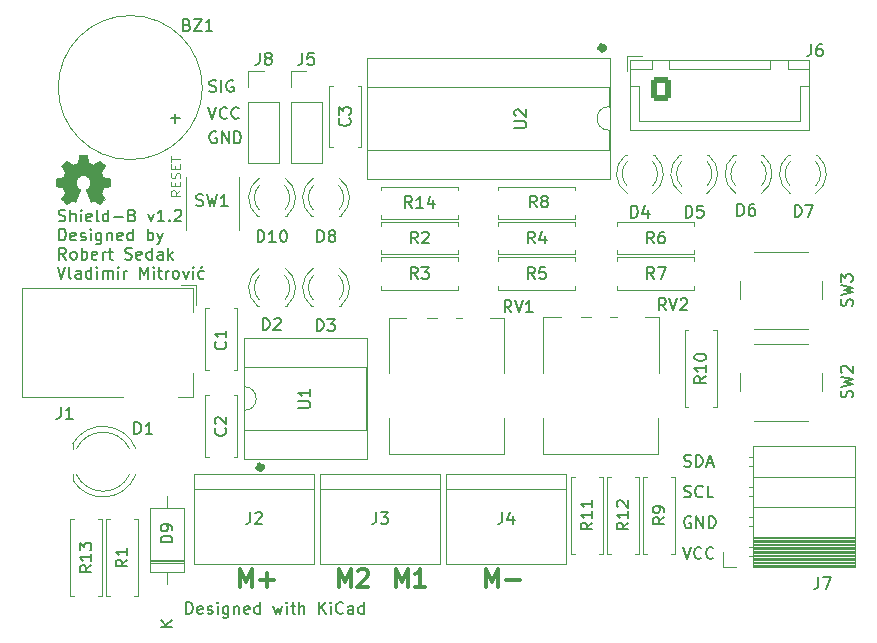
<source format=gto>
%TF.GenerationSoftware,KiCad,Pcbnew,6.0.9-8da3e8f707~116~ubuntu20.04.1*%
%TF.CreationDate,2022-11-14T11:53:29+01:00*%
%TF.ProjectId,shield_b,73686965-6c64-45f6-922e-6b696361645f,1.2*%
%TF.SameCoordinates,Original*%
%TF.FileFunction,Legend,Top*%
%TF.FilePolarity,Positive*%
%FSLAX46Y46*%
G04 Gerber Fmt 4.6, Leading zero omitted, Abs format (unit mm)*
G04 Created by KiCad (PCBNEW 6.0.9-8da3e8f707~116~ubuntu20.04.1) date 2022-11-14 11:53:29*
%MOMM*%
%LPD*%
G01*
G04 APERTURE LIST*
G04 Aperture macros list*
%AMRoundRect*
0 Rectangle with rounded corners*
0 $1 Rounding radius*
0 $2 $3 $4 $5 $6 $7 $8 $9 X,Y pos of 4 corners*
0 Add a 4 corners polygon primitive as box body*
4,1,4,$2,$3,$4,$5,$6,$7,$8,$9,$2,$3,0*
0 Add four circle primitives for the rounded corners*
1,1,$1+$1,$2,$3*
1,1,$1+$1,$4,$5*
1,1,$1+$1,$6,$7*
1,1,$1+$1,$8,$9*
0 Add four rect primitives between the rounded corners*
20,1,$1+$1,$2,$3,$4,$5,0*
20,1,$1+$1,$4,$5,$6,$7,0*
20,1,$1+$1,$6,$7,$8,$9,0*
20,1,$1+$1,$8,$9,$2,$3,0*%
G04 Aperture macros list end*
%ADD10C,0.600000*%
%ADD11C,0.300000*%
%ADD12C,0.150000*%
%ADD13C,0.120000*%
%ADD14C,0.010000*%
%ADD15R,1.600000X1.600000*%
%ADD16O,1.600000X1.600000*%
%ADD17C,1.600000*%
%ADD18R,1.800000X1.800000*%
%ADD19C,1.800000*%
%ADD20R,1.700000X1.700000*%
%ADD21O,1.700000X1.700000*%
%ADD22R,3.000000X3.000000*%
%ADD23C,3.000000*%
%ADD24C,2.000000*%
%ADD25RoundRect,0.250000X-0.600000X-0.725000X0.600000X-0.725000X0.600000X0.725000X-0.600000X0.725000X0*%
%ADD26O,1.700000X1.950000*%
%ADD27O,3.120000X3.640000*%
%ADD28R,2.200000X2.200000*%
%ADD29O,2.200000X2.200000*%
%ADD30R,2.000000X4.600000*%
%ADD31O,2.000000X4.200000*%
%ADD32O,4.200000X2.000000*%
%ADD33R,2.000000X2.000000*%
G04 APERTURE END LIST*
D10*
X117489421Y-45974000D02*
G75*
G03*
X117489421Y-45974000I-141421J0D01*
G01*
X88533421Y-81500000D02*
G75*
G03*
X88533421Y-81500000I-141421J0D01*
G01*
D11*
X99877714Y-91610571D02*
X99877714Y-90110571D01*
X100377714Y-91182000D01*
X100877714Y-90110571D01*
X100877714Y-91610571D01*
X102377714Y-91610571D02*
X101520571Y-91610571D01*
X101949142Y-91610571D02*
X101949142Y-90110571D01*
X101806285Y-90324857D01*
X101663428Y-90467714D01*
X101520571Y-90539142D01*
D12*
X124287976Y-81404761D02*
X124430833Y-81452380D01*
X124668928Y-81452380D01*
X124764166Y-81404761D01*
X124811785Y-81357142D01*
X124859404Y-81261904D01*
X124859404Y-81166666D01*
X124811785Y-81071428D01*
X124764166Y-81023809D01*
X124668928Y-80976190D01*
X124478452Y-80928571D01*
X124383214Y-80880952D01*
X124335595Y-80833333D01*
X124287976Y-80738095D01*
X124287976Y-80642857D01*
X124335595Y-80547619D01*
X124383214Y-80500000D01*
X124478452Y-80452380D01*
X124716547Y-80452380D01*
X124859404Y-80500000D01*
X125287976Y-81452380D02*
X125287976Y-80452380D01*
X125526071Y-80452380D01*
X125668928Y-80500000D01*
X125764166Y-80595238D01*
X125811785Y-80690476D01*
X125859404Y-80880952D01*
X125859404Y-81023809D01*
X125811785Y-81214285D01*
X125764166Y-81309523D01*
X125668928Y-81404761D01*
X125526071Y-81452380D01*
X125287976Y-81452380D01*
X126240357Y-81166666D02*
X126716547Y-81166666D01*
X126145119Y-81452380D02*
X126478452Y-80452380D01*
X126811785Y-81452380D01*
D13*
X81641904Y-58057904D02*
X81260952Y-58324571D01*
X81641904Y-58515047D02*
X80841904Y-58515047D01*
X80841904Y-58210285D01*
X80880000Y-58134095D01*
X80918095Y-58096000D01*
X80994285Y-58057904D01*
X81108571Y-58057904D01*
X81184761Y-58096000D01*
X81222857Y-58134095D01*
X81260952Y-58210285D01*
X81260952Y-58515047D01*
X81222857Y-57715047D02*
X81222857Y-57448380D01*
X81641904Y-57334095D02*
X81641904Y-57715047D01*
X80841904Y-57715047D01*
X80841904Y-57334095D01*
X81603809Y-57029333D02*
X81641904Y-56915047D01*
X81641904Y-56724571D01*
X81603809Y-56648380D01*
X81565714Y-56610285D01*
X81489523Y-56572190D01*
X81413333Y-56572190D01*
X81337142Y-56610285D01*
X81299047Y-56648380D01*
X81260952Y-56724571D01*
X81222857Y-56876952D01*
X81184761Y-56953142D01*
X81146666Y-56991238D01*
X81070476Y-57029333D01*
X80994285Y-57029333D01*
X80918095Y-56991238D01*
X80880000Y-56953142D01*
X80841904Y-56876952D01*
X80841904Y-56686476D01*
X80880000Y-56572190D01*
X81222857Y-56229333D02*
X81222857Y-55962666D01*
X81641904Y-55848380D02*
X81641904Y-56229333D01*
X80841904Y-56229333D01*
X80841904Y-55848380D01*
X80841904Y-55619809D02*
X80841904Y-55162666D01*
X81641904Y-55391238D02*
X80841904Y-55391238D01*
D11*
X86709428Y-91610571D02*
X86709428Y-90110571D01*
X87209428Y-91182000D01*
X87709428Y-90110571D01*
X87709428Y-91610571D01*
X88423714Y-91039142D02*
X89566571Y-91039142D01*
X88995142Y-91610571D02*
X88995142Y-90467714D01*
D12*
X84012738Y-51014380D02*
X84346071Y-52014380D01*
X84679404Y-51014380D01*
X85584166Y-51919142D02*
X85536547Y-51966761D01*
X85393690Y-52014380D01*
X85298452Y-52014380D01*
X85155595Y-51966761D01*
X85060357Y-51871523D01*
X85012738Y-51776285D01*
X84965119Y-51585809D01*
X84965119Y-51442952D01*
X85012738Y-51252476D01*
X85060357Y-51157238D01*
X85155595Y-51062000D01*
X85298452Y-51014380D01*
X85393690Y-51014380D01*
X85536547Y-51062000D01*
X85584166Y-51109619D01*
X86584166Y-51919142D02*
X86536547Y-51966761D01*
X86393690Y-52014380D01*
X86298452Y-52014380D01*
X86155595Y-51966761D01*
X86060357Y-51871523D01*
X86012738Y-51776285D01*
X85965119Y-51585809D01*
X85965119Y-51442952D01*
X86012738Y-51252476D01*
X86060357Y-51157238D01*
X86155595Y-51062000D01*
X86298452Y-51014380D01*
X86393690Y-51014380D01*
X86536547Y-51062000D01*
X86584166Y-51109619D01*
X71337976Y-60639761D02*
X71480833Y-60687380D01*
X71718928Y-60687380D01*
X71814166Y-60639761D01*
X71861785Y-60592142D01*
X71909404Y-60496904D01*
X71909404Y-60401666D01*
X71861785Y-60306428D01*
X71814166Y-60258809D01*
X71718928Y-60211190D01*
X71528452Y-60163571D01*
X71433214Y-60115952D01*
X71385595Y-60068333D01*
X71337976Y-59973095D01*
X71337976Y-59877857D01*
X71385595Y-59782619D01*
X71433214Y-59735000D01*
X71528452Y-59687380D01*
X71766547Y-59687380D01*
X71909404Y-59735000D01*
X72337976Y-60687380D02*
X72337976Y-59687380D01*
X72766547Y-60687380D02*
X72766547Y-60163571D01*
X72718928Y-60068333D01*
X72623690Y-60020714D01*
X72480833Y-60020714D01*
X72385595Y-60068333D01*
X72337976Y-60115952D01*
X73242738Y-60687380D02*
X73242738Y-60020714D01*
X73242738Y-59687380D02*
X73195119Y-59735000D01*
X73242738Y-59782619D01*
X73290357Y-59735000D01*
X73242738Y-59687380D01*
X73242738Y-59782619D01*
X74099880Y-60639761D02*
X74004642Y-60687380D01*
X73814166Y-60687380D01*
X73718928Y-60639761D01*
X73671309Y-60544523D01*
X73671309Y-60163571D01*
X73718928Y-60068333D01*
X73814166Y-60020714D01*
X74004642Y-60020714D01*
X74099880Y-60068333D01*
X74147500Y-60163571D01*
X74147500Y-60258809D01*
X73671309Y-60354047D01*
X74718928Y-60687380D02*
X74623690Y-60639761D01*
X74576071Y-60544523D01*
X74576071Y-59687380D01*
X75528452Y-60687380D02*
X75528452Y-59687380D01*
X75528452Y-60639761D02*
X75433214Y-60687380D01*
X75242738Y-60687380D01*
X75147500Y-60639761D01*
X75099880Y-60592142D01*
X75052261Y-60496904D01*
X75052261Y-60211190D01*
X75099880Y-60115952D01*
X75147500Y-60068333D01*
X75242738Y-60020714D01*
X75433214Y-60020714D01*
X75528452Y-60068333D01*
X76004642Y-60306428D02*
X76766547Y-60306428D01*
X77576071Y-60163571D02*
X77718928Y-60211190D01*
X77766547Y-60258809D01*
X77814166Y-60354047D01*
X77814166Y-60496904D01*
X77766547Y-60592142D01*
X77718928Y-60639761D01*
X77623690Y-60687380D01*
X77242738Y-60687380D01*
X77242738Y-59687380D01*
X77576071Y-59687380D01*
X77671309Y-59735000D01*
X77718928Y-59782619D01*
X77766547Y-59877857D01*
X77766547Y-59973095D01*
X77718928Y-60068333D01*
X77671309Y-60115952D01*
X77576071Y-60163571D01*
X77242738Y-60163571D01*
X78909404Y-60020714D02*
X79147500Y-60687380D01*
X79385595Y-60020714D01*
X80290357Y-60687380D02*
X79718928Y-60687380D01*
X80004642Y-60687380D02*
X80004642Y-59687380D01*
X79909404Y-59830238D01*
X79814166Y-59925476D01*
X79718928Y-59973095D01*
X80718928Y-60592142D02*
X80766547Y-60639761D01*
X80718928Y-60687380D01*
X80671309Y-60639761D01*
X80718928Y-60592142D01*
X80718928Y-60687380D01*
X81147500Y-59782619D02*
X81195119Y-59735000D01*
X81290357Y-59687380D01*
X81528452Y-59687380D01*
X81623690Y-59735000D01*
X81671309Y-59782619D01*
X81718928Y-59877857D01*
X81718928Y-59973095D01*
X81671309Y-60115952D01*
X81099880Y-60687380D01*
X81718928Y-60687380D01*
X71385595Y-62297380D02*
X71385595Y-61297380D01*
X71623690Y-61297380D01*
X71766547Y-61345000D01*
X71861785Y-61440238D01*
X71909404Y-61535476D01*
X71957023Y-61725952D01*
X71957023Y-61868809D01*
X71909404Y-62059285D01*
X71861785Y-62154523D01*
X71766547Y-62249761D01*
X71623690Y-62297380D01*
X71385595Y-62297380D01*
X72766547Y-62249761D02*
X72671309Y-62297380D01*
X72480833Y-62297380D01*
X72385595Y-62249761D01*
X72337976Y-62154523D01*
X72337976Y-61773571D01*
X72385595Y-61678333D01*
X72480833Y-61630714D01*
X72671309Y-61630714D01*
X72766547Y-61678333D01*
X72814166Y-61773571D01*
X72814166Y-61868809D01*
X72337976Y-61964047D01*
X73195119Y-62249761D02*
X73290357Y-62297380D01*
X73480833Y-62297380D01*
X73576071Y-62249761D01*
X73623690Y-62154523D01*
X73623690Y-62106904D01*
X73576071Y-62011666D01*
X73480833Y-61964047D01*
X73337976Y-61964047D01*
X73242738Y-61916428D01*
X73195119Y-61821190D01*
X73195119Y-61773571D01*
X73242738Y-61678333D01*
X73337976Y-61630714D01*
X73480833Y-61630714D01*
X73576071Y-61678333D01*
X74052261Y-62297380D02*
X74052261Y-61630714D01*
X74052261Y-61297380D02*
X74004642Y-61345000D01*
X74052261Y-61392619D01*
X74099880Y-61345000D01*
X74052261Y-61297380D01*
X74052261Y-61392619D01*
X74957023Y-61630714D02*
X74957023Y-62440238D01*
X74909404Y-62535476D01*
X74861785Y-62583095D01*
X74766547Y-62630714D01*
X74623690Y-62630714D01*
X74528452Y-62583095D01*
X74957023Y-62249761D02*
X74861785Y-62297380D01*
X74671309Y-62297380D01*
X74576071Y-62249761D01*
X74528452Y-62202142D01*
X74480833Y-62106904D01*
X74480833Y-61821190D01*
X74528452Y-61725952D01*
X74576071Y-61678333D01*
X74671309Y-61630714D01*
X74861785Y-61630714D01*
X74957023Y-61678333D01*
X75433214Y-61630714D02*
X75433214Y-62297380D01*
X75433214Y-61725952D02*
X75480833Y-61678333D01*
X75576071Y-61630714D01*
X75718928Y-61630714D01*
X75814166Y-61678333D01*
X75861785Y-61773571D01*
X75861785Y-62297380D01*
X76718928Y-62249761D02*
X76623690Y-62297380D01*
X76433214Y-62297380D01*
X76337976Y-62249761D01*
X76290357Y-62154523D01*
X76290357Y-61773571D01*
X76337976Y-61678333D01*
X76433214Y-61630714D01*
X76623690Y-61630714D01*
X76718928Y-61678333D01*
X76766547Y-61773571D01*
X76766547Y-61868809D01*
X76290357Y-61964047D01*
X77623690Y-62297380D02*
X77623690Y-61297380D01*
X77623690Y-62249761D02*
X77528452Y-62297380D01*
X77337976Y-62297380D01*
X77242738Y-62249761D01*
X77195119Y-62202142D01*
X77147500Y-62106904D01*
X77147500Y-61821190D01*
X77195119Y-61725952D01*
X77242738Y-61678333D01*
X77337976Y-61630714D01*
X77528452Y-61630714D01*
X77623690Y-61678333D01*
X78861785Y-62297380D02*
X78861785Y-61297380D01*
X78861785Y-61678333D02*
X78957023Y-61630714D01*
X79147500Y-61630714D01*
X79242738Y-61678333D01*
X79290357Y-61725952D01*
X79337976Y-61821190D01*
X79337976Y-62106904D01*
X79290357Y-62202142D01*
X79242738Y-62249761D01*
X79147500Y-62297380D01*
X78957023Y-62297380D01*
X78861785Y-62249761D01*
X79671309Y-61630714D02*
X79909404Y-62297380D01*
X80147500Y-61630714D02*
X79909404Y-62297380D01*
X79814166Y-62535476D01*
X79766547Y-62583095D01*
X79671309Y-62630714D01*
X71957023Y-63907380D02*
X71623690Y-63431190D01*
X71385595Y-63907380D02*
X71385595Y-62907380D01*
X71766547Y-62907380D01*
X71861785Y-62955000D01*
X71909404Y-63002619D01*
X71957023Y-63097857D01*
X71957023Y-63240714D01*
X71909404Y-63335952D01*
X71861785Y-63383571D01*
X71766547Y-63431190D01*
X71385595Y-63431190D01*
X72528452Y-63907380D02*
X72433214Y-63859761D01*
X72385595Y-63812142D01*
X72337976Y-63716904D01*
X72337976Y-63431190D01*
X72385595Y-63335952D01*
X72433214Y-63288333D01*
X72528452Y-63240714D01*
X72671309Y-63240714D01*
X72766547Y-63288333D01*
X72814166Y-63335952D01*
X72861785Y-63431190D01*
X72861785Y-63716904D01*
X72814166Y-63812142D01*
X72766547Y-63859761D01*
X72671309Y-63907380D01*
X72528452Y-63907380D01*
X73290357Y-63907380D02*
X73290357Y-62907380D01*
X73290357Y-63288333D02*
X73385595Y-63240714D01*
X73576071Y-63240714D01*
X73671309Y-63288333D01*
X73718928Y-63335952D01*
X73766547Y-63431190D01*
X73766547Y-63716904D01*
X73718928Y-63812142D01*
X73671309Y-63859761D01*
X73576071Y-63907380D01*
X73385595Y-63907380D01*
X73290357Y-63859761D01*
X74576071Y-63859761D02*
X74480833Y-63907380D01*
X74290357Y-63907380D01*
X74195119Y-63859761D01*
X74147500Y-63764523D01*
X74147500Y-63383571D01*
X74195119Y-63288333D01*
X74290357Y-63240714D01*
X74480833Y-63240714D01*
X74576071Y-63288333D01*
X74623690Y-63383571D01*
X74623690Y-63478809D01*
X74147500Y-63574047D01*
X75052261Y-63907380D02*
X75052261Y-63240714D01*
X75052261Y-63431190D02*
X75099880Y-63335952D01*
X75147500Y-63288333D01*
X75242738Y-63240714D01*
X75337976Y-63240714D01*
X75528452Y-63240714D02*
X75909404Y-63240714D01*
X75671309Y-62907380D02*
X75671309Y-63764523D01*
X75718928Y-63859761D01*
X75814166Y-63907380D01*
X75909404Y-63907380D01*
X76957023Y-63859761D02*
X77099880Y-63907380D01*
X77337976Y-63907380D01*
X77433214Y-63859761D01*
X77480833Y-63812142D01*
X77528452Y-63716904D01*
X77528452Y-63621666D01*
X77480833Y-63526428D01*
X77433214Y-63478809D01*
X77337976Y-63431190D01*
X77147500Y-63383571D01*
X77052261Y-63335952D01*
X77004642Y-63288333D01*
X76957023Y-63193095D01*
X76957023Y-63097857D01*
X77004642Y-63002619D01*
X77052261Y-62955000D01*
X77147500Y-62907380D01*
X77385595Y-62907380D01*
X77528452Y-62955000D01*
X78337976Y-63859761D02*
X78242738Y-63907380D01*
X78052261Y-63907380D01*
X77957023Y-63859761D01*
X77909404Y-63764523D01*
X77909404Y-63383571D01*
X77957023Y-63288333D01*
X78052261Y-63240714D01*
X78242738Y-63240714D01*
X78337976Y-63288333D01*
X78385595Y-63383571D01*
X78385595Y-63478809D01*
X77909404Y-63574047D01*
X79242738Y-63907380D02*
X79242738Y-62907380D01*
X79242738Y-63859761D02*
X79147500Y-63907380D01*
X78957023Y-63907380D01*
X78861785Y-63859761D01*
X78814166Y-63812142D01*
X78766547Y-63716904D01*
X78766547Y-63431190D01*
X78814166Y-63335952D01*
X78861785Y-63288333D01*
X78957023Y-63240714D01*
X79147500Y-63240714D01*
X79242738Y-63288333D01*
X80147500Y-63907380D02*
X80147500Y-63383571D01*
X80099880Y-63288333D01*
X80004642Y-63240714D01*
X79814166Y-63240714D01*
X79718928Y-63288333D01*
X80147500Y-63859761D02*
X80052261Y-63907380D01*
X79814166Y-63907380D01*
X79718928Y-63859761D01*
X79671309Y-63764523D01*
X79671309Y-63669285D01*
X79718928Y-63574047D01*
X79814166Y-63526428D01*
X80052261Y-63526428D01*
X80147500Y-63478809D01*
X80623690Y-63907380D02*
X80623690Y-62907380D01*
X80718928Y-63526428D02*
X81004642Y-63907380D01*
X81004642Y-63240714D02*
X80623690Y-63621666D01*
X71242738Y-64517380D02*
X71576071Y-65517380D01*
X71909404Y-64517380D01*
X72385595Y-65517380D02*
X72290357Y-65469761D01*
X72242738Y-65374523D01*
X72242738Y-64517380D01*
X73195119Y-65517380D02*
X73195119Y-64993571D01*
X73147500Y-64898333D01*
X73052261Y-64850714D01*
X72861785Y-64850714D01*
X72766547Y-64898333D01*
X73195119Y-65469761D02*
X73099880Y-65517380D01*
X72861785Y-65517380D01*
X72766547Y-65469761D01*
X72718928Y-65374523D01*
X72718928Y-65279285D01*
X72766547Y-65184047D01*
X72861785Y-65136428D01*
X73099880Y-65136428D01*
X73195119Y-65088809D01*
X74099880Y-65517380D02*
X74099880Y-64517380D01*
X74099880Y-65469761D02*
X74004642Y-65517380D01*
X73814166Y-65517380D01*
X73718928Y-65469761D01*
X73671309Y-65422142D01*
X73623690Y-65326904D01*
X73623690Y-65041190D01*
X73671309Y-64945952D01*
X73718928Y-64898333D01*
X73814166Y-64850714D01*
X74004642Y-64850714D01*
X74099880Y-64898333D01*
X74576071Y-65517380D02*
X74576071Y-64850714D01*
X74576071Y-64517380D02*
X74528452Y-64565000D01*
X74576071Y-64612619D01*
X74623690Y-64565000D01*
X74576071Y-64517380D01*
X74576071Y-64612619D01*
X75052261Y-65517380D02*
X75052261Y-64850714D01*
X75052261Y-64945952D02*
X75099880Y-64898333D01*
X75195119Y-64850714D01*
X75337976Y-64850714D01*
X75433214Y-64898333D01*
X75480833Y-64993571D01*
X75480833Y-65517380D01*
X75480833Y-64993571D02*
X75528452Y-64898333D01*
X75623690Y-64850714D01*
X75766547Y-64850714D01*
X75861785Y-64898333D01*
X75909404Y-64993571D01*
X75909404Y-65517380D01*
X76385595Y-65517380D02*
X76385595Y-64850714D01*
X76385595Y-64517380D02*
X76337976Y-64565000D01*
X76385595Y-64612619D01*
X76433214Y-64565000D01*
X76385595Y-64517380D01*
X76385595Y-64612619D01*
X76861785Y-65517380D02*
X76861785Y-64850714D01*
X76861785Y-65041190D02*
X76909404Y-64945952D01*
X76957023Y-64898333D01*
X77052261Y-64850714D01*
X77147500Y-64850714D01*
X78242738Y-65517380D02*
X78242738Y-64517380D01*
X78576071Y-65231666D01*
X78909404Y-64517380D01*
X78909404Y-65517380D01*
X79385595Y-65517380D02*
X79385595Y-64850714D01*
X79385595Y-64517380D02*
X79337976Y-64565000D01*
X79385595Y-64612619D01*
X79433214Y-64565000D01*
X79385595Y-64517380D01*
X79385595Y-64612619D01*
X79718928Y-64850714D02*
X80099880Y-64850714D01*
X79861785Y-64517380D02*
X79861785Y-65374523D01*
X79909404Y-65469761D01*
X80004642Y-65517380D01*
X80099880Y-65517380D01*
X80433214Y-65517380D02*
X80433214Y-64850714D01*
X80433214Y-65041190D02*
X80480833Y-64945952D01*
X80528452Y-64898333D01*
X80623690Y-64850714D01*
X80718928Y-64850714D01*
X81195119Y-65517380D02*
X81099880Y-65469761D01*
X81052261Y-65422142D01*
X81004642Y-65326904D01*
X81004642Y-65041190D01*
X81052261Y-64945952D01*
X81099880Y-64898333D01*
X81195119Y-64850714D01*
X81337976Y-64850714D01*
X81433214Y-64898333D01*
X81480833Y-64945952D01*
X81528452Y-65041190D01*
X81528452Y-65326904D01*
X81480833Y-65422142D01*
X81433214Y-65469761D01*
X81337976Y-65517380D01*
X81195119Y-65517380D01*
X81861785Y-64850714D02*
X82099880Y-65517380D01*
X82337976Y-64850714D01*
X82718928Y-65517380D02*
X82718928Y-64850714D01*
X82718928Y-64517380D02*
X82671309Y-64565000D01*
X82718928Y-64612619D01*
X82766547Y-64565000D01*
X82718928Y-64517380D01*
X82718928Y-64612619D01*
X83623690Y-65469761D02*
X83528452Y-65517380D01*
X83337976Y-65517380D01*
X83242738Y-65469761D01*
X83195119Y-65422142D01*
X83147500Y-65326904D01*
X83147500Y-65041190D01*
X83195119Y-64945952D01*
X83242738Y-64898333D01*
X83337976Y-64850714D01*
X83528452Y-64850714D01*
X83623690Y-64898333D01*
X83528452Y-64469761D02*
X83385595Y-64612619D01*
X124287976Y-84004761D02*
X124430833Y-84052380D01*
X124668928Y-84052380D01*
X124764166Y-84004761D01*
X124811785Y-83957142D01*
X124859404Y-83861904D01*
X124859404Y-83766666D01*
X124811785Y-83671428D01*
X124764166Y-83623809D01*
X124668928Y-83576190D01*
X124478452Y-83528571D01*
X124383214Y-83480952D01*
X124335595Y-83433333D01*
X124287976Y-83338095D01*
X124287976Y-83242857D01*
X124335595Y-83147619D01*
X124383214Y-83100000D01*
X124478452Y-83052380D01*
X124716547Y-83052380D01*
X124859404Y-83100000D01*
X125859404Y-83957142D02*
X125811785Y-84004761D01*
X125668928Y-84052380D01*
X125573690Y-84052380D01*
X125430833Y-84004761D01*
X125335595Y-83909523D01*
X125287976Y-83814285D01*
X125240357Y-83623809D01*
X125240357Y-83480952D01*
X125287976Y-83290476D01*
X125335595Y-83195238D01*
X125430833Y-83100000D01*
X125573690Y-83052380D01*
X125668928Y-83052380D01*
X125811785Y-83100000D01*
X125859404Y-83147619D01*
X126764166Y-84052380D02*
X126287976Y-84052380D01*
X126287976Y-83052380D01*
X82138190Y-93924380D02*
X82138190Y-92924380D01*
X82376285Y-92924380D01*
X82519142Y-92972000D01*
X82614380Y-93067238D01*
X82662000Y-93162476D01*
X82709619Y-93352952D01*
X82709619Y-93495809D01*
X82662000Y-93686285D01*
X82614380Y-93781523D01*
X82519142Y-93876761D01*
X82376285Y-93924380D01*
X82138190Y-93924380D01*
X83519142Y-93876761D02*
X83423904Y-93924380D01*
X83233428Y-93924380D01*
X83138190Y-93876761D01*
X83090571Y-93781523D01*
X83090571Y-93400571D01*
X83138190Y-93305333D01*
X83233428Y-93257714D01*
X83423904Y-93257714D01*
X83519142Y-93305333D01*
X83566761Y-93400571D01*
X83566761Y-93495809D01*
X83090571Y-93591047D01*
X83947714Y-93876761D02*
X84042952Y-93924380D01*
X84233428Y-93924380D01*
X84328666Y-93876761D01*
X84376285Y-93781523D01*
X84376285Y-93733904D01*
X84328666Y-93638666D01*
X84233428Y-93591047D01*
X84090571Y-93591047D01*
X83995333Y-93543428D01*
X83947714Y-93448190D01*
X83947714Y-93400571D01*
X83995333Y-93305333D01*
X84090571Y-93257714D01*
X84233428Y-93257714D01*
X84328666Y-93305333D01*
X84804857Y-93924380D02*
X84804857Y-93257714D01*
X84804857Y-92924380D02*
X84757238Y-92972000D01*
X84804857Y-93019619D01*
X84852476Y-92972000D01*
X84804857Y-92924380D01*
X84804857Y-93019619D01*
X85709619Y-93257714D02*
X85709619Y-94067238D01*
X85662000Y-94162476D01*
X85614380Y-94210095D01*
X85519142Y-94257714D01*
X85376285Y-94257714D01*
X85281047Y-94210095D01*
X85709619Y-93876761D02*
X85614380Y-93924380D01*
X85423904Y-93924380D01*
X85328666Y-93876761D01*
X85281047Y-93829142D01*
X85233428Y-93733904D01*
X85233428Y-93448190D01*
X85281047Y-93352952D01*
X85328666Y-93305333D01*
X85423904Y-93257714D01*
X85614380Y-93257714D01*
X85709619Y-93305333D01*
X86185809Y-93257714D02*
X86185809Y-93924380D01*
X86185809Y-93352952D02*
X86233428Y-93305333D01*
X86328666Y-93257714D01*
X86471523Y-93257714D01*
X86566761Y-93305333D01*
X86614380Y-93400571D01*
X86614380Y-93924380D01*
X87471523Y-93876761D02*
X87376285Y-93924380D01*
X87185809Y-93924380D01*
X87090571Y-93876761D01*
X87042952Y-93781523D01*
X87042952Y-93400571D01*
X87090571Y-93305333D01*
X87185809Y-93257714D01*
X87376285Y-93257714D01*
X87471523Y-93305333D01*
X87519142Y-93400571D01*
X87519142Y-93495809D01*
X87042952Y-93591047D01*
X88376285Y-93924380D02*
X88376285Y-92924380D01*
X88376285Y-93876761D02*
X88281047Y-93924380D01*
X88090571Y-93924380D01*
X87995333Y-93876761D01*
X87947714Y-93829142D01*
X87900095Y-93733904D01*
X87900095Y-93448190D01*
X87947714Y-93352952D01*
X87995333Y-93305333D01*
X88090571Y-93257714D01*
X88281047Y-93257714D01*
X88376285Y-93305333D01*
X89519142Y-93257714D02*
X89709619Y-93924380D01*
X89900095Y-93448190D01*
X90090571Y-93924380D01*
X90281047Y-93257714D01*
X90662000Y-93924380D02*
X90662000Y-93257714D01*
X90662000Y-92924380D02*
X90614380Y-92972000D01*
X90662000Y-93019619D01*
X90709619Y-92972000D01*
X90662000Y-92924380D01*
X90662000Y-93019619D01*
X90995333Y-93257714D02*
X91376285Y-93257714D01*
X91138190Y-92924380D02*
X91138190Y-93781523D01*
X91185809Y-93876761D01*
X91281047Y-93924380D01*
X91376285Y-93924380D01*
X91709619Y-93924380D02*
X91709619Y-92924380D01*
X92138190Y-93924380D02*
X92138190Y-93400571D01*
X92090571Y-93305333D01*
X91995333Y-93257714D01*
X91852476Y-93257714D01*
X91757238Y-93305333D01*
X91709619Y-93352952D01*
X93376285Y-93924380D02*
X93376285Y-92924380D01*
X93947714Y-93924380D02*
X93519142Y-93352952D01*
X93947714Y-92924380D02*
X93376285Y-93495809D01*
X94376285Y-93924380D02*
X94376285Y-93257714D01*
X94376285Y-92924380D02*
X94328666Y-92972000D01*
X94376285Y-93019619D01*
X94423904Y-92972000D01*
X94376285Y-92924380D01*
X94376285Y-93019619D01*
X95423904Y-93829142D02*
X95376285Y-93876761D01*
X95233428Y-93924380D01*
X95138190Y-93924380D01*
X94995333Y-93876761D01*
X94900095Y-93781523D01*
X94852476Y-93686285D01*
X94804857Y-93495809D01*
X94804857Y-93352952D01*
X94852476Y-93162476D01*
X94900095Y-93067238D01*
X94995333Y-92972000D01*
X95138190Y-92924380D01*
X95233428Y-92924380D01*
X95376285Y-92972000D01*
X95423904Y-93019619D01*
X96281047Y-93924380D02*
X96281047Y-93400571D01*
X96233428Y-93305333D01*
X96138190Y-93257714D01*
X95947714Y-93257714D01*
X95852476Y-93305333D01*
X96281047Y-93876761D02*
X96185809Y-93924380D01*
X95947714Y-93924380D01*
X95852476Y-93876761D01*
X95804857Y-93781523D01*
X95804857Y-93686285D01*
X95852476Y-93591047D01*
X95947714Y-93543428D01*
X96185809Y-93543428D01*
X96281047Y-93495809D01*
X97185809Y-93924380D02*
X97185809Y-92924380D01*
X97185809Y-93876761D02*
X97090571Y-93924380D01*
X96900095Y-93924380D01*
X96804857Y-93876761D01*
X96757238Y-93829142D01*
X96709619Y-93733904D01*
X96709619Y-93448190D01*
X96757238Y-93352952D01*
X96804857Y-93305333D01*
X96900095Y-93257714D01*
X97090571Y-93257714D01*
X97185809Y-93305333D01*
D11*
X107537428Y-91610571D02*
X107537428Y-90110571D01*
X108037428Y-91182000D01*
X108537428Y-90110571D01*
X108537428Y-91610571D01*
X109251714Y-91039142D02*
X110394571Y-91039142D01*
X95051714Y-91610571D02*
X95051714Y-90110571D01*
X95551714Y-91182000D01*
X96051714Y-90110571D01*
X96051714Y-91610571D01*
X96694571Y-90253428D02*
X96766000Y-90182000D01*
X96908857Y-90110571D01*
X97266000Y-90110571D01*
X97408857Y-90182000D01*
X97480285Y-90253428D01*
X97551714Y-90396285D01*
X97551714Y-90539142D01*
X97480285Y-90753428D01*
X96623142Y-91610571D01*
X97551714Y-91610571D01*
D12*
X124192738Y-88252380D02*
X124526071Y-89252380D01*
X124859404Y-88252380D01*
X125764166Y-89157142D02*
X125716547Y-89204761D01*
X125573690Y-89252380D01*
X125478452Y-89252380D01*
X125335595Y-89204761D01*
X125240357Y-89109523D01*
X125192738Y-89014285D01*
X125145119Y-88823809D01*
X125145119Y-88680952D01*
X125192738Y-88490476D01*
X125240357Y-88395238D01*
X125335595Y-88300000D01*
X125478452Y-88252380D01*
X125573690Y-88252380D01*
X125716547Y-88300000D01*
X125764166Y-88347619D01*
X126764166Y-89157142D02*
X126716547Y-89204761D01*
X126573690Y-89252380D01*
X126478452Y-89252380D01*
X126335595Y-89204761D01*
X126240357Y-89109523D01*
X126192738Y-89014285D01*
X126145119Y-88823809D01*
X126145119Y-88680952D01*
X126192738Y-88490476D01*
X126240357Y-88395238D01*
X126335595Y-88300000D01*
X126478452Y-88252380D01*
X126573690Y-88252380D01*
X126716547Y-88300000D01*
X126764166Y-88347619D01*
X84679404Y-53114000D02*
X84584166Y-53066380D01*
X84441309Y-53066380D01*
X84298452Y-53114000D01*
X84203214Y-53209238D01*
X84155595Y-53304476D01*
X84107976Y-53494952D01*
X84107976Y-53637809D01*
X84155595Y-53828285D01*
X84203214Y-53923523D01*
X84298452Y-54018761D01*
X84441309Y-54066380D01*
X84536547Y-54066380D01*
X84679404Y-54018761D01*
X84727023Y-53971142D01*
X84727023Y-53637809D01*
X84536547Y-53637809D01*
X85155595Y-54066380D02*
X85155595Y-53066380D01*
X85727023Y-54066380D01*
X85727023Y-53066380D01*
X86203214Y-54066380D02*
X86203214Y-53066380D01*
X86441309Y-53066380D01*
X86584166Y-53114000D01*
X86679404Y-53209238D01*
X86727023Y-53304476D01*
X86774642Y-53494952D01*
X86774642Y-53637809D01*
X86727023Y-53828285D01*
X86679404Y-53923523D01*
X86584166Y-54018761D01*
X86441309Y-54066380D01*
X86203214Y-54066380D01*
X124859404Y-85700000D02*
X124764166Y-85652380D01*
X124621309Y-85652380D01*
X124478452Y-85700000D01*
X124383214Y-85795238D01*
X124335595Y-85890476D01*
X124287976Y-86080952D01*
X124287976Y-86223809D01*
X124335595Y-86414285D01*
X124383214Y-86509523D01*
X124478452Y-86604761D01*
X124621309Y-86652380D01*
X124716547Y-86652380D01*
X124859404Y-86604761D01*
X124907023Y-86557142D01*
X124907023Y-86223809D01*
X124716547Y-86223809D01*
X125335595Y-86652380D02*
X125335595Y-85652380D01*
X125907023Y-86652380D01*
X125907023Y-85652380D01*
X126383214Y-86652380D02*
X126383214Y-85652380D01*
X126621309Y-85652380D01*
X126764166Y-85700000D01*
X126859404Y-85795238D01*
X126907023Y-85890476D01*
X126954642Y-86080952D01*
X126954642Y-86223809D01*
X126907023Y-86414285D01*
X126859404Y-86509523D01*
X126764166Y-86604761D01*
X126621309Y-86652380D01*
X126383214Y-86652380D01*
X84107976Y-49680761D02*
X84250833Y-49728380D01*
X84488928Y-49728380D01*
X84584166Y-49680761D01*
X84631785Y-49633142D01*
X84679404Y-49537904D01*
X84679404Y-49442666D01*
X84631785Y-49347428D01*
X84584166Y-49299809D01*
X84488928Y-49252190D01*
X84298452Y-49204571D01*
X84203214Y-49156952D01*
X84155595Y-49109333D01*
X84107976Y-49014095D01*
X84107976Y-48918857D01*
X84155595Y-48823619D01*
X84203214Y-48776000D01*
X84298452Y-48728380D01*
X84536547Y-48728380D01*
X84679404Y-48776000D01*
X85107976Y-49728380D02*
X85107976Y-48728380D01*
X86107976Y-48776000D02*
X86012738Y-48728380D01*
X85869880Y-48728380D01*
X85727023Y-48776000D01*
X85631785Y-48871238D01*
X85584166Y-48966476D01*
X85536547Y-49156952D01*
X85536547Y-49299809D01*
X85584166Y-49490285D01*
X85631785Y-49585523D01*
X85727023Y-49680761D01*
X85869880Y-49728380D01*
X85965119Y-49728380D01*
X86107976Y-49680761D01*
X86155595Y-49633142D01*
X86155595Y-49299809D01*
X85965119Y-49299809D01*
X91644380Y-76453904D02*
X92453904Y-76453904D01*
X92549142Y-76406285D01*
X92596761Y-76358666D01*
X92644380Y-76263428D01*
X92644380Y-76072952D01*
X92596761Y-75977714D01*
X92549142Y-75930095D01*
X92453904Y-75882476D01*
X91644380Y-75882476D01*
X92644380Y-74882476D02*
X92644380Y-75453904D01*
X92644380Y-75168190D02*
X91644380Y-75168190D01*
X91787238Y-75263428D01*
X91882476Y-75358666D01*
X91930095Y-75453904D01*
X111643333Y-62552380D02*
X111310000Y-62076190D01*
X111071904Y-62552380D02*
X111071904Y-61552380D01*
X111452857Y-61552380D01*
X111548095Y-61600000D01*
X111595714Y-61647619D01*
X111643333Y-61742857D01*
X111643333Y-61885714D01*
X111595714Y-61980952D01*
X111548095Y-62028571D01*
X111452857Y-62076190D01*
X111071904Y-62076190D01*
X112500476Y-61885714D02*
X112500476Y-62552380D01*
X112262380Y-61504761D02*
X112024285Y-62219047D01*
X112643333Y-62219047D01*
X109922380Y-52761904D02*
X110731904Y-52761904D01*
X110827142Y-52714285D01*
X110874761Y-52666666D01*
X110922380Y-52571428D01*
X110922380Y-52380952D01*
X110874761Y-52285714D01*
X110827142Y-52238095D01*
X110731904Y-52190476D01*
X109922380Y-52190476D01*
X110017619Y-51761904D02*
X109970000Y-51714285D01*
X109922380Y-51619047D01*
X109922380Y-51380952D01*
X109970000Y-51285714D01*
X110017619Y-51238095D01*
X110112857Y-51190476D01*
X110208095Y-51190476D01*
X110350952Y-51238095D01*
X110922380Y-51809523D01*
X110922380Y-51190476D01*
X124411904Y-60352380D02*
X124411904Y-59352380D01*
X124650000Y-59352380D01*
X124792857Y-59400000D01*
X124888095Y-59495238D01*
X124935714Y-59590476D01*
X124983333Y-59780952D01*
X124983333Y-59923809D01*
X124935714Y-60114285D01*
X124888095Y-60209523D01*
X124792857Y-60304761D01*
X124650000Y-60352380D01*
X124411904Y-60352380D01*
X125888095Y-59352380D02*
X125411904Y-59352380D01*
X125364285Y-59828571D01*
X125411904Y-59780952D01*
X125507142Y-59733333D01*
X125745238Y-59733333D01*
X125840476Y-59780952D01*
X125888095Y-59828571D01*
X125935714Y-59923809D01*
X125935714Y-60161904D01*
X125888095Y-60257142D01*
X125840476Y-60304761D01*
X125745238Y-60352380D01*
X125507142Y-60352380D01*
X125411904Y-60304761D01*
X125364285Y-60257142D01*
X135666666Y-90802380D02*
X135666666Y-91516666D01*
X135619047Y-91659523D01*
X135523809Y-91754761D01*
X135380952Y-91802380D01*
X135285714Y-91802380D01*
X136047619Y-90802380D02*
X136714285Y-90802380D01*
X136285714Y-91802380D01*
X101723333Y-65552380D02*
X101390000Y-65076190D01*
X101151904Y-65552380D02*
X101151904Y-64552380D01*
X101532857Y-64552380D01*
X101628095Y-64600000D01*
X101675714Y-64647619D01*
X101723333Y-64742857D01*
X101723333Y-64885714D01*
X101675714Y-64980952D01*
X101628095Y-65028571D01*
X101532857Y-65076190D01*
X101151904Y-65076190D01*
X102056666Y-64552380D02*
X102675714Y-64552380D01*
X102342380Y-64933333D01*
X102485238Y-64933333D01*
X102580476Y-64980952D01*
X102628095Y-65028571D01*
X102675714Y-65123809D01*
X102675714Y-65361904D01*
X102628095Y-65457142D01*
X102580476Y-65504761D01*
X102485238Y-65552380D01*
X102199523Y-65552380D01*
X102104285Y-65504761D01*
X102056666Y-65457142D01*
X93241904Y-62428380D02*
X93241904Y-61428380D01*
X93480000Y-61428380D01*
X93622857Y-61476000D01*
X93718095Y-61571238D01*
X93765714Y-61666476D01*
X93813333Y-61856952D01*
X93813333Y-61999809D01*
X93765714Y-62190285D01*
X93718095Y-62285523D01*
X93622857Y-62380761D01*
X93480000Y-62428380D01*
X93241904Y-62428380D01*
X94384761Y-61856952D02*
X94289523Y-61809333D01*
X94241904Y-61761714D01*
X94194285Y-61666476D01*
X94194285Y-61618857D01*
X94241904Y-61523619D01*
X94289523Y-61476000D01*
X94384761Y-61428380D01*
X94575238Y-61428380D01*
X94670476Y-61476000D01*
X94718095Y-61523619D01*
X94765714Y-61618857D01*
X94765714Y-61666476D01*
X94718095Y-61761714D01*
X94670476Y-61809333D01*
X94575238Y-61856952D01*
X94384761Y-61856952D01*
X94289523Y-61904571D01*
X94241904Y-61952190D01*
X94194285Y-62047428D01*
X94194285Y-62237904D01*
X94241904Y-62333142D01*
X94289523Y-62380761D01*
X94384761Y-62428380D01*
X94575238Y-62428380D01*
X94670476Y-62380761D01*
X94718095Y-62333142D01*
X94765714Y-62237904D01*
X94765714Y-62047428D01*
X94718095Y-61952190D01*
X94670476Y-61904571D01*
X94575238Y-61856952D01*
X121723333Y-65552380D02*
X121390000Y-65076190D01*
X121151904Y-65552380D02*
X121151904Y-64552380D01*
X121532857Y-64552380D01*
X121628095Y-64600000D01*
X121675714Y-64647619D01*
X121723333Y-64742857D01*
X121723333Y-64885714D01*
X121675714Y-64980952D01*
X121628095Y-65028571D01*
X121532857Y-65076190D01*
X121151904Y-65076190D01*
X122056666Y-64552380D02*
X122723333Y-64552380D01*
X122294761Y-65552380D01*
X88619904Y-69876380D02*
X88619904Y-68876380D01*
X88858000Y-68876380D01*
X89000857Y-68924000D01*
X89096095Y-69019238D01*
X89143714Y-69114476D01*
X89191333Y-69304952D01*
X89191333Y-69447809D01*
X89143714Y-69638285D01*
X89096095Y-69733523D01*
X89000857Y-69828761D01*
X88858000Y-69876380D01*
X88619904Y-69876380D01*
X89572285Y-68971619D02*
X89619904Y-68924000D01*
X89715142Y-68876380D01*
X89953238Y-68876380D01*
X90048476Y-68924000D01*
X90096095Y-68971619D01*
X90143714Y-69066857D01*
X90143714Y-69162095D01*
X90096095Y-69304952D01*
X89524666Y-69876380D01*
X90143714Y-69876380D01*
X88193714Y-62428380D02*
X88193714Y-61428380D01*
X88431809Y-61428380D01*
X88574666Y-61476000D01*
X88669904Y-61571238D01*
X88717523Y-61666476D01*
X88765142Y-61856952D01*
X88765142Y-61999809D01*
X88717523Y-62190285D01*
X88669904Y-62285523D01*
X88574666Y-62380761D01*
X88431809Y-62428380D01*
X88193714Y-62428380D01*
X89717523Y-62428380D02*
X89146095Y-62428380D01*
X89431809Y-62428380D02*
X89431809Y-61428380D01*
X89336571Y-61571238D01*
X89241333Y-61666476D01*
X89146095Y-61714095D01*
X90336571Y-61428380D02*
X90431809Y-61428380D01*
X90527047Y-61476000D01*
X90574666Y-61523619D01*
X90622285Y-61618857D01*
X90669904Y-61809333D01*
X90669904Y-62047428D01*
X90622285Y-62237904D01*
X90574666Y-62333142D01*
X90527047Y-62380761D01*
X90431809Y-62428380D01*
X90336571Y-62428380D01*
X90241333Y-62380761D01*
X90193714Y-62333142D01*
X90146095Y-62237904D01*
X90098476Y-62047428D01*
X90098476Y-61809333D01*
X90146095Y-61618857D01*
X90193714Y-61523619D01*
X90241333Y-61476000D01*
X90336571Y-61428380D01*
X121723333Y-62552380D02*
X121390000Y-62076190D01*
X121151904Y-62552380D02*
X121151904Y-61552380D01*
X121532857Y-61552380D01*
X121628095Y-61600000D01*
X121675714Y-61647619D01*
X121723333Y-61742857D01*
X121723333Y-61885714D01*
X121675714Y-61980952D01*
X121628095Y-62028571D01*
X121532857Y-62076190D01*
X121151904Y-62076190D01*
X122580476Y-61552380D02*
X122390000Y-61552380D01*
X122294761Y-61600000D01*
X122247142Y-61647619D01*
X122151904Y-61790476D01*
X122104285Y-61980952D01*
X122104285Y-62361904D01*
X122151904Y-62457142D01*
X122199523Y-62504761D01*
X122294761Y-62552380D01*
X122485238Y-62552380D01*
X122580476Y-62504761D01*
X122628095Y-62457142D01*
X122675714Y-62361904D01*
X122675714Y-62123809D01*
X122628095Y-62028571D01*
X122580476Y-61980952D01*
X122485238Y-61933333D01*
X122294761Y-61933333D01*
X122199523Y-61980952D01*
X122151904Y-62028571D01*
X122104285Y-62123809D01*
X108886666Y-85302380D02*
X108886666Y-86016666D01*
X108839047Y-86159523D01*
X108743809Y-86254761D01*
X108600952Y-86302380D01*
X108505714Y-86302380D01*
X109791428Y-85635714D02*
X109791428Y-86302380D01*
X109553333Y-85254761D02*
X109315238Y-85969047D01*
X109934285Y-85969047D01*
X82994666Y-59332761D02*
X83137523Y-59380380D01*
X83375619Y-59380380D01*
X83470857Y-59332761D01*
X83518476Y-59285142D01*
X83566095Y-59189904D01*
X83566095Y-59094666D01*
X83518476Y-58999428D01*
X83470857Y-58951809D01*
X83375619Y-58904190D01*
X83185142Y-58856571D01*
X83089904Y-58808952D01*
X83042285Y-58761333D01*
X82994666Y-58666095D01*
X82994666Y-58570857D01*
X83042285Y-58475619D01*
X83089904Y-58428000D01*
X83185142Y-58380380D01*
X83423238Y-58380380D01*
X83566095Y-58428000D01*
X83899428Y-58380380D02*
X84137523Y-59380380D01*
X84328000Y-58666095D01*
X84518476Y-59380380D01*
X84756571Y-58380380D01*
X85661333Y-59380380D02*
X85089904Y-59380380D01*
X85375619Y-59380380D02*
X85375619Y-58380380D01*
X85280380Y-58523238D01*
X85185142Y-58618476D01*
X85089904Y-58666095D01*
X135048666Y-45680380D02*
X135048666Y-46394666D01*
X135001047Y-46537523D01*
X134905809Y-46632761D01*
X134762952Y-46680380D01*
X134667714Y-46680380D01*
X135953428Y-45680380D02*
X135762952Y-45680380D01*
X135667714Y-45728000D01*
X135620095Y-45775619D01*
X135524857Y-45918476D01*
X135477238Y-46108952D01*
X135477238Y-46489904D01*
X135524857Y-46585142D01*
X135572476Y-46632761D01*
X135667714Y-46680380D01*
X135858190Y-46680380D01*
X135953428Y-46632761D01*
X136001047Y-46585142D01*
X136048666Y-46489904D01*
X136048666Y-46251809D01*
X136001047Y-46156571D01*
X135953428Y-46108952D01*
X135858190Y-46061333D01*
X135667714Y-46061333D01*
X135572476Y-46108952D01*
X135524857Y-46156571D01*
X135477238Y-46251809D01*
X85447142Y-70878666D02*
X85494761Y-70926285D01*
X85542380Y-71069142D01*
X85542380Y-71164380D01*
X85494761Y-71307238D01*
X85399523Y-71402476D01*
X85304285Y-71450095D01*
X85113809Y-71497714D01*
X84970952Y-71497714D01*
X84780476Y-71450095D01*
X84685238Y-71402476D01*
X84590000Y-71307238D01*
X84542380Y-71164380D01*
X84542380Y-71069142D01*
X84590000Y-70926285D01*
X84637619Y-70878666D01*
X85542380Y-69926285D02*
X85542380Y-70497714D01*
X85542380Y-70212000D02*
X84542380Y-70212000D01*
X84685238Y-70307238D01*
X84780476Y-70402476D01*
X84828095Y-70497714D01*
X95957142Y-51966666D02*
X96004761Y-52014285D01*
X96052380Y-52157142D01*
X96052380Y-52252380D01*
X96004761Y-52395238D01*
X95909523Y-52490476D01*
X95814285Y-52538095D01*
X95623809Y-52585714D01*
X95480952Y-52585714D01*
X95290476Y-52538095D01*
X95195238Y-52490476D01*
X95100000Y-52395238D01*
X95052380Y-52252380D01*
X95052380Y-52157142D01*
X95100000Y-52014285D01*
X95147619Y-51966666D01*
X95052380Y-51633333D02*
X95052380Y-51014285D01*
X95433333Y-51347619D01*
X95433333Y-51204761D01*
X95480952Y-51109523D01*
X95528571Y-51061904D01*
X95623809Y-51014285D01*
X95861904Y-51014285D01*
X95957142Y-51061904D01*
X96004761Y-51109523D01*
X96052380Y-51204761D01*
X96052380Y-51490476D01*
X96004761Y-51585714D01*
X95957142Y-51633333D01*
X85447142Y-78194666D02*
X85494761Y-78242285D01*
X85542380Y-78385142D01*
X85542380Y-78480380D01*
X85494761Y-78623238D01*
X85399523Y-78718476D01*
X85304285Y-78766095D01*
X85113809Y-78813714D01*
X84970952Y-78813714D01*
X84780476Y-78766095D01*
X84685238Y-78718476D01*
X84590000Y-78623238D01*
X84542380Y-78480380D01*
X84542380Y-78385142D01*
X84590000Y-78242285D01*
X84637619Y-78194666D01*
X84637619Y-77813714D02*
X84590000Y-77766095D01*
X84542380Y-77670857D01*
X84542380Y-77432761D01*
X84590000Y-77337523D01*
X84637619Y-77289904D01*
X84732857Y-77242285D01*
X84828095Y-77242285D01*
X84970952Y-77289904D01*
X85542380Y-77861333D01*
X85542380Y-77242285D01*
X77160380Y-89320666D02*
X76684190Y-89654000D01*
X77160380Y-89892095D02*
X76160380Y-89892095D01*
X76160380Y-89511142D01*
X76208000Y-89415904D01*
X76255619Y-89368285D01*
X76350857Y-89320666D01*
X76493714Y-89320666D01*
X76588952Y-89368285D01*
X76636571Y-89415904D01*
X76684190Y-89511142D01*
X76684190Y-89892095D01*
X77160380Y-88368285D02*
X77160380Y-88939714D01*
X77160380Y-88654000D02*
X76160380Y-88654000D01*
X76303238Y-88749238D01*
X76398476Y-88844476D01*
X76446095Y-88939714D01*
X138504761Y-67833333D02*
X138552380Y-67690476D01*
X138552380Y-67452380D01*
X138504761Y-67357142D01*
X138457142Y-67309523D01*
X138361904Y-67261904D01*
X138266666Y-67261904D01*
X138171428Y-67309523D01*
X138123809Y-67357142D01*
X138076190Y-67452380D01*
X138028571Y-67642857D01*
X137980952Y-67738095D01*
X137933333Y-67785714D01*
X137838095Y-67833333D01*
X137742857Y-67833333D01*
X137647619Y-67785714D01*
X137600000Y-67738095D01*
X137552380Y-67642857D01*
X137552380Y-67404761D01*
X137600000Y-67261904D01*
X137552380Y-66928571D02*
X138552380Y-66690476D01*
X137838095Y-66500000D01*
X138552380Y-66309523D01*
X137552380Y-66071428D01*
X137552380Y-65785714D02*
X137552380Y-65166666D01*
X137933333Y-65500000D01*
X137933333Y-65357142D01*
X137980952Y-65261904D01*
X138028571Y-65214285D01*
X138123809Y-65166666D01*
X138361904Y-65166666D01*
X138457142Y-65214285D01*
X138504761Y-65261904D01*
X138552380Y-65357142D01*
X138552380Y-65642857D01*
X138504761Y-65738095D01*
X138457142Y-65785714D01*
X138504761Y-75583333D02*
X138552380Y-75440476D01*
X138552380Y-75202380D01*
X138504761Y-75107142D01*
X138457142Y-75059523D01*
X138361904Y-75011904D01*
X138266666Y-75011904D01*
X138171428Y-75059523D01*
X138123809Y-75107142D01*
X138076190Y-75202380D01*
X138028571Y-75392857D01*
X137980952Y-75488095D01*
X137933333Y-75535714D01*
X137838095Y-75583333D01*
X137742857Y-75583333D01*
X137647619Y-75535714D01*
X137600000Y-75488095D01*
X137552380Y-75392857D01*
X137552380Y-75154761D01*
X137600000Y-75011904D01*
X137552380Y-74678571D02*
X138552380Y-74440476D01*
X137838095Y-74250000D01*
X138552380Y-74059523D01*
X137552380Y-73821428D01*
X137647619Y-73488095D02*
X137600000Y-73440476D01*
X137552380Y-73345238D01*
X137552380Y-73107142D01*
X137600000Y-73011904D01*
X137647619Y-72964285D01*
X137742857Y-72916666D01*
X137838095Y-72916666D01*
X137980952Y-72964285D01*
X138552380Y-73535714D01*
X138552380Y-72916666D01*
X109670761Y-68365380D02*
X109337428Y-67889190D01*
X109099333Y-68365380D02*
X109099333Y-67365380D01*
X109480285Y-67365380D01*
X109575523Y-67413000D01*
X109623142Y-67460619D01*
X109670761Y-67555857D01*
X109670761Y-67698714D01*
X109623142Y-67793952D01*
X109575523Y-67841571D01*
X109480285Y-67889190D01*
X109099333Y-67889190D01*
X109956476Y-67365380D02*
X110289809Y-68365380D01*
X110623142Y-67365380D01*
X111480285Y-68365380D02*
X110908857Y-68365380D01*
X111194571Y-68365380D02*
X111194571Y-67365380D01*
X111099333Y-67508238D01*
X111004095Y-67603476D01*
X110908857Y-67651095D01*
X101733333Y-62542380D02*
X101400000Y-62066190D01*
X101161904Y-62542380D02*
X101161904Y-61542380D01*
X101542857Y-61542380D01*
X101638095Y-61590000D01*
X101685714Y-61637619D01*
X101733333Y-61732857D01*
X101733333Y-61875714D01*
X101685714Y-61970952D01*
X101638095Y-62018571D01*
X101542857Y-62066190D01*
X101161904Y-62066190D01*
X102114285Y-61637619D02*
X102161904Y-61590000D01*
X102257142Y-61542380D01*
X102495238Y-61542380D01*
X102590476Y-61590000D01*
X102638095Y-61637619D01*
X102685714Y-61732857D01*
X102685714Y-61828095D01*
X102638095Y-61970952D01*
X102066666Y-62542380D01*
X102685714Y-62542380D01*
X98218666Y-85304380D02*
X98218666Y-86018666D01*
X98171047Y-86161523D01*
X98075809Y-86256761D01*
X97932952Y-86304380D01*
X97837714Y-86304380D01*
X98599619Y-85304380D02*
X99218666Y-85304380D01*
X98885333Y-85685333D01*
X99028190Y-85685333D01*
X99123428Y-85732952D01*
X99171047Y-85780571D01*
X99218666Y-85875809D01*
X99218666Y-86113904D01*
X99171047Y-86209142D01*
X99123428Y-86256761D01*
X99028190Y-86304380D01*
X98742476Y-86304380D01*
X98647238Y-86256761D01*
X98599619Y-86209142D01*
X80970380Y-87860095D02*
X79970380Y-87860095D01*
X79970380Y-87622000D01*
X80018000Y-87479142D01*
X80113238Y-87383904D01*
X80208476Y-87336285D01*
X80398952Y-87288666D01*
X80541809Y-87288666D01*
X80732285Y-87336285D01*
X80827523Y-87383904D01*
X80922761Y-87479142D01*
X80970380Y-87622000D01*
X80970380Y-87860095D01*
X80970380Y-86812476D02*
X80970380Y-86622000D01*
X80922761Y-86526761D01*
X80875142Y-86479142D01*
X80732285Y-86383904D01*
X80541809Y-86336285D01*
X80160857Y-86336285D01*
X80065619Y-86383904D01*
X80018000Y-86431523D01*
X79970380Y-86526761D01*
X79970380Y-86717238D01*
X80018000Y-86812476D01*
X80065619Y-86860095D01*
X80160857Y-86907714D01*
X80398952Y-86907714D01*
X80494190Y-86860095D01*
X80541809Y-86812476D01*
X80589428Y-86717238D01*
X80589428Y-86526761D01*
X80541809Y-86431523D01*
X80494190Y-86383904D01*
X80398952Y-86336285D01*
X80970380Y-95003904D02*
X79970380Y-95003904D01*
X80970380Y-94432476D02*
X80398952Y-94861047D01*
X79970380Y-94432476D02*
X80541809Y-95003904D01*
X126152380Y-73792857D02*
X125676190Y-74126190D01*
X126152380Y-74364285D02*
X125152380Y-74364285D01*
X125152380Y-73983333D01*
X125200000Y-73888095D01*
X125247619Y-73840476D01*
X125342857Y-73792857D01*
X125485714Y-73792857D01*
X125580952Y-73840476D01*
X125628571Y-73888095D01*
X125676190Y-73983333D01*
X125676190Y-74364285D01*
X126152380Y-72840476D02*
X126152380Y-73411904D01*
X126152380Y-73126190D02*
X125152380Y-73126190D01*
X125295238Y-73221428D01*
X125390476Y-73316666D01*
X125438095Y-73411904D01*
X125152380Y-72221428D02*
X125152380Y-72126190D01*
X125200000Y-72030952D01*
X125247619Y-71983333D01*
X125342857Y-71935714D01*
X125533333Y-71888095D01*
X125771428Y-71888095D01*
X125961904Y-71935714D01*
X126057142Y-71983333D01*
X126104761Y-72030952D01*
X126152380Y-72126190D01*
X126152380Y-72221428D01*
X126104761Y-72316666D01*
X126057142Y-72364285D01*
X125961904Y-72411904D01*
X125771428Y-72459523D01*
X125533333Y-72459523D01*
X125342857Y-72411904D01*
X125247619Y-72364285D01*
X125200000Y-72316666D01*
X125152380Y-72221428D01*
X111643333Y-65552380D02*
X111310000Y-65076190D01*
X111071904Y-65552380D02*
X111071904Y-64552380D01*
X111452857Y-64552380D01*
X111548095Y-64600000D01*
X111595714Y-64647619D01*
X111643333Y-64742857D01*
X111643333Y-64885714D01*
X111595714Y-64980952D01*
X111548095Y-65028571D01*
X111452857Y-65076190D01*
X111071904Y-65076190D01*
X112548095Y-64552380D02*
X112071904Y-64552380D01*
X112024285Y-65028571D01*
X112071904Y-64980952D01*
X112167142Y-64933333D01*
X112405238Y-64933333D01*
X112500476Y-64980952D01*
X112548095Y-65028571D01*
X112595714Y-65123809D01*
X112595714Y-65361904D01*
X112548095Y-65457142D01*
X112500476Y-65504761D01*
X112405238Y-65552380D01*
X112167142Y-65552380D01*
X112071904Y-65504761D01*
X112024285Y-65457142D01*
X71516666Y-76402380D02*
X71516666Y-77116666D01*
X71469047Y-77259523D01*
X71373809Y-77354761D01*
X71230952Y-77402380D01*
X71135714Y-77402380D01*
X72516666Y-77402380D02*
X71945238Y-77402380D01*
X72230952Y-77402380D02*
X72230952Y-76402380D01*
X72135714Y-76545238D01*
X72040476Y-76640476D01*
X71945238Y-76688095D01*
X122626380Y-85726666D02*
X122150190Y-86060000D01*
X122626380Y-86298095D02*
X121626380Y-86298095D01*
X121626380Y-85917142D01*
X121674000Y-85821904D01*
X121721619Y-85774285D01*
X121816857Y-85726666D01*
X121959714Y-85726666D01*
X122054952Y-85774285D01*
X122102571Y-85821904D01*
X122150190Y-85917142D01*
X122150190Y-86298095D01*
X122626380Y-85250476D02*
X122626380Y-85060000D01*
X122578761Y-84964761D01*
X122531142Y-84917142D01*
X122388285Y-84821904D01*
X122197809Y-84774285D01*
X121816857Y-84774285D01*
X121721619Y-84821904D01*
X121674000Y-84869523D01*
X121626380Y-84964761D01*
X121626380Y-85155238D01*
X121674000Y-85250476D01*
X121721619Y-85298095D01*
X121816857Y-85345714D01*
X122054952Y-85345714D01*
X122150190Y-85298095D01*
X122197809Y-85250476D01*
X122245428Y-85155238D01*
X122245428Y-84964761D01*
X122197809Y-84869523D01*
X122150190Y-84821904D01*
X122054952Y-84774285D01*
X133661904Y-60277380D02*
X133661904Y-59277380D01*
X133900000Y-59277380D01*
X134042857Y-59325000D01*
X134138095Y-59420238D01*
X134185714Y-59515476D01*
X134233333Y-59705952D01*
X134233333Y-59848809D01*
X134185714Y-60039285D01*
X134138095Y-60134523D01*
X134042857Y-60229761D01*
X133900000Y-60277380D01*
X133661904Y-60277380D01*
X134566666Y-59277380D02*
X135233333Y-59277380D01*
X134804761Y-60277380D01*
X88366666Y-46413380D02*
X88366666Y-47127666D01*
X88319047Y-47270523D01*
X88223809Y-47365761D01*
X88080952Y-47413380D01*
X87985714Y-47413380D01*
X88985714Y-46841952D02*
X88890476Y-46794333D01*
X88842857Y-46746714D01*
X88795238Y-46651476D01*
X88795238Y-46603857D01*
X88842857Y-46508619D01*
X88890476Y-46461000D01*
X88985714Y-46413380D01*
X89176190Y-46413380D01*
X89271428Y-46461000D01*
X89319047Y-46508619D01*
X89366666Y-46603857D01*
X89366666Y-46651476D01*
X89319047Y-46746714D01*
X89271428Y-46794333D01*
X89176190Y-46841952D01*
X88985714Y-46841952D01*
X88890476Y-46889571D01*
X88842857Y-46937190D01*
X88795238Y-47032428D01*
X88795238Y-47222904D01*
X88842857Y-47318142D01*
X88890476Y-47365761D01*
X88985714Y-47413380D01*
X89176190Y-47413380D01*
X89271428Y-47365761D01*
X89319047Y-47318142D01*
X89366666Y-47222904D01*
X89366666Y-47032428D01*
X89319047Y-46937190D01*
X89271428Y-46889571D01*
X89176190Y-46841952D01*
X122754761Y-68202380D02*
X122421428Y-67726190D01*
X122183333Y-68202380D02*
X122183333Y-67202380D01*
X122564285Y-67202380D01*
X122659523Y-67250000D01*
X122707142Y-67297619D01*
X122754761Y-67392857D01*
X122754761Y-67535714D01*
X122707142Y-67630952D01*
X122659523Y-67678571D01*
X122564285Y-67726190D01*
X122183333Y-67726190D01*
X123040476Y-67202380D02*
X123373809Y-68202380D01*
X123707142Y-67202380D01*
X123992857Y-67297619D02*
X124040476Y-67250000D01*
X124135714Y-67202380D01*
X124373809Y-67202380D01*
X124469047Y-67250000D01*
X124516666Y-67297619D01*
X124564285Y-67392857D01*
X124564285Y-67488095D01*
X124516666Y-67630952D01*
X123945238Y-68202380D01*
X124564285Y-68202380D01*
X128811904Y-60202380D02*
X128811904Y-59202380D01*
X129050000Y-59202380D01*
X129192857Y-59250000D01*
X129288095Y-59345238D01*
X129335714Y-59440476D01*
X129383333Y-59630952D01*
X129383333Y-59773809D01*
X129335714Y-59964285D01*
X129288095Y-60059523D01*
X129192857Y-60154761D01*
X129050000Y-60202380D01*
X128811904Y-60202380D01*
X130240476Y-59202380D02*
X130050000Y-59202380D01*
X129954761Y-59250000D01*
X129907142Y-59297619D01*
X129811904Y-59440476D01*
X129764285Y-59630952D01*
X129764285Y-60011904D01*
X129811904Y-60107142D01*
X129859523Y-60154761D01*
X129954761Y-60202380D01*
X130145238Y-60202380D01*
X130240476Y-60154761D01*
X130288095Y-60107142D01*
X130335714Y-60011904D01*
X130335714Y-59773809D01*
X130288095Y-59678571D01*
X130240476Y-59630952D01*
X130145238Y-59583333D01*
X129954761Y-59583333D01*
X129859523Y-59630952D01*
X129811904Y-59678571D01*
X129764285Y-59773809D01*
X87550666Y-85302380D02*
X87550666Y-86016666D01*
X87503047Y-86159523D01*
X87407809Y-86254761D01*
X87264952Y-86302380D01*
X87169714Y-86302380D01*
X87979238Y-85397619D02*
X88026857Y-85350000D01*
X88122095Y-85302380D01*
X88360190Y-85302380D01*
X88455428Y-85350000D01*
X88503047Y-85397619D01*
X88550666Y-85492857D01*
X88550666Y-85588095D01*
X88503047Y-85730952D01*
X87931619Y-86302380D01*
X88550666Y-86302380D01*
X101247142Y-59552380D02*
X100913809Y-59076190D01*
X100675714Y-59552380D02*
X100675714Y-58552380D01*
X101056666Y-58552380D01*
X101151904Y-58600000D01*
X101199523Y-58647619D01*
X101247142Y-58742857D01*
X101247142Y-58885714D01*
X101199523Y-58980952D01*
X101151904Y-59028571D01*
X101056666Y-59076190D01*
X100675714Y-59076190D01*
X102199523Y-59552380D02*
X101628095Y-59552380D01*
X101913809Y-59552380D02*
X101913809Y-58552380D01*
X101818571Y-58695238D01*
X101723333Y-58790476D01*
X101628095Y-58838095D01*
X103056666Y-58885714D02*
X103056666Y-59552380D01*
X102818571Y-58504761D02*
X102580476Y-59219047D01*
X103199523Y-59219047D01*
X74112380Y-89796857D02*
X73636190Y-90130190D01*
X74112380Y-90368285D02*
X73112380Y-90368285D01*
X73112380Y-89987333D01*
X73160000Y-89892095D01*
X73207619Y-89844476D01*
X73302857Y-89796857D01*
X73445714Y-89796857D01*
X73540952Y-89844476D01*
X73588571Y-89892095D01*
X73636190Y-89987333D01*
X73636190Y-90368285D01*
X74112380Y-88844476D02*
X74112380Y-89415904D01*
X74112380Y-89130190D02*
X73112380Y-89130190D01*
X73255238Y-89225428D01*
X73350476Y-89320666D01*
X73398095Y-89415904D01*
X73112380Y-88511142D02*
X73112380Y-87892095D01*
X73493333Y-88225428D01*
X73493333Y-88082571D01*
X73540952Y-87987333D01*
X73588571Y-87939714D01*
X73683809Y-87892095D01*
X73921904Y-87892095D01*
X74017142Y-87939714D01*
X74064761Y-87987333D01*
X74112380Y-88082571D01*
X74112380Y-88368285D01*
X74064761Y-88463523D01*
X74017142Y-88511142D01*
X93191904Y-69946380D02*
X93191904Y-68946380D01*
X93430000Y-68946380D01*
X93572857Y-68994000D01*
X93668095Y-69089238D01*
X93715714Y-69184476D01*
X93763333Y-69374952D01*
X93763333Y-69517809D01*
X93715714Y-69708285D01*
X93668095Y-69803523D01*
X93572857Y-69898761D01*
X93430000Y-69946380D01*
X93191904Y-69946380D01*
X94096666Y-68946380D02*
X94715714Y-68946380D01*
X94382380Y-69327333D01*
X94525238Y-69327333D01*
X94620476Y-69374952D01*
X94668095Y-69422571D01*
X94715714Y-69517809D01*
X94715714Y-69755904D01*
X94668095Y-69851142D01*
X94620476Y-69898761D01*
X94525238Y-69946380D01*
X94239523Y-69946380D01*
X94144285Y-69898761D01*
X94096666Y-69851142D01*
X77747904Y-78684380D02*
X77747904Y-77684380D01*
X77986000Y-77684380D01*
X78128857Y-77732000D01*
X78224095Y-77827238D01*
X78271714Y-77922476D01*
X78319333Y-78112952D01*
X78319333Y-78255809D01*
X78271714Y-78446285D01*
X78224095Y-78541523D01*
X78128857Y-78636761D01*
X77986000Y-78684380D01*
X77747904Y-78684380D01*
X79271714Y-78684380D02*
X78700285Y-78684380D01*
X78986000Y-78684380D02*
X78986000Y-77684380D01*
X78890761Y-77827238D01*
X78795523Y-77922476D01*
X78700285Y-77970095D01*
X111813333Y-59502380D02*
X111480000Y-59026190D01*
X111241904Y-59502380D02*
X111241904Y-58502380D01*
X111622857Y-58502380D01*
X111718095Y-58550000D01*
X111765714Y-58597619D01*
X111813333Y-58692857D01*
X111813333Y-58835714D01*
X111765714Y-58930952D01*
X111718095Y-58978571D01*
X111622857Y-59026190D01*
X111241904Y-59026190D01*
X112384761Y-58930952D02*
X112289523Y-58883333D01*
X112241904Y-58835714D01*
X112194285Y-58740476D01*
X112194285Y-58692857D01*
X112241904Y-58597619D01*
X112289523Y-58550000D01*
X112384761Y-58502380D01*
X112575238Y-58502380D01*
X112670476Y-58550000D01*
X112718095Y-58597619D01*
X112765714Y-58692857D01*
X112765714Y-58740476D01*
X112718095Y-58835714D01*
X112670476Y-58883333D01*
X112575238Y-58930952D01*
X112384761Y-58930952D01*
X112289523Y-58978571D01*
X112241904Y-59026190D01*
X112194285Y-59121428D01*
X112194285Y-59311904D01*
X112241904Y-59407142D01*
X112289523Y-59454761D01*
X112384761Y-59502380D01*
X112575238Y-59502380D01*
X112670476Y-59454761D01*
X112718095Y-59407142D01*
X112765714Y-59311904D01*
X112765714Y-59121428D01*
X112718095Y-59026190D01*
X112670476Y-58978571D01*
X112575238Y-58930952D01*
X82219047Y-44028571D02*
X82361904Y-44076190D01*
X82409523Y-44123809D01*
X82457142Y-44219047D01*
X82457142Y-44361904D01*
X82409523Y-44457142D01*
X82361904Y-44504761D01*
X82266666Y-44552380D01*
X81885714Y-44552380D01*
X81885714Y-43552380D01*
X82219047Y-43552380D01*
X82314285Y-43600000D01*
X82361904Y-43647619D01*
X82409523Y-43742857D01*
X82409523Y-43838095D01*
X82361904Y-43933333D01*
X82314285Y-43980952D01*
X82219047Y-44028571D01*
X81885714Y-44028571D01*
X82790476Y-43552380D02*
X83457142Y-43552380D01*
X82790476Y-44552380D01*
X83457142Y-44552380D01*
X84361904Y-44552380D02*
X83790476Y-44552380D01*
X84076190Y-44552380D02*
X84076190Y-43552380D01*
X83980952Y-43695238D01*
X83885714Y-43790476D01*
X83790476Y-43838095D01*
X80829047Y-51961428D02*
X81590952Y-51961428D01*
X81210000Y-52342380D02*
X81210000Y-51580476D01*
X116530380Y-86192857D02*
X116054190Y-86526190D01*
X116530380Y-86764285D02*
X115530380Y-86764285D01*
X115530380Y-86383333D01*
X115578000Y-86288095D01*
X115625619Y-86240476D01*
X115720857Y-86192857D01*
X115863714Y-86192857D01*
X115958952Y-86240476D01*
X116006571Y-86288095D01*
X116054190Y-86383333D01*
X116054190Y-86764285D01*
X116530380Y-85240476D02*
X116530380Y-85811904D01*
X116530380Y-85526190D02*
X115530380Y-85526190D01*
X115673238Y-85621428D01*
X115768476Y-85716666D01*
X115816095Y-85811904D01*
X116530380Y-84288095D02*
X116530380Y-84859523D01*
X116530380Y-84573809D02*
X115530380Y-84573809D01*
X115673238Y-84669047D01*
X115768476Y-84764285D01*
X115816095Y-84859523D01*
X119578380Y-86192857D02*
X119102190Y-86526190D01*
X119578380Y-86764285D02*
X118578380Y-86764285D01*
X118578380Y-86383333D01*
X118626000Y-86288095D01*
X118673619Y-86240476D01*
X118768857Y-86192857D01*
X118911714Y-86192857D01*
X119006952Y-86240476D01*
X119054571Y-86288095D01*
X119102190Y-86383333D01*
X119102190Y-86764285D01*
X119578380Y-85240476D02*
X119578380Y-85811904D01*
X119578380Y-85526190D02*
X118578380Y-85526190D01*
X118721238Y-85621428D01*
X118816476Y-85716666D01*
X118864095Y-85811904D01*
X118673619Y-84859523D02*
X118626000Y-84811904D01*
X118578380Y-84716666D01*
X118578380Y-84478571D01*
X118626000Y-84383333D01*
X118673619Y-84335714D01*
X118768857Y-84288095D01*
X118864095Y-84288095D01*
X119006952Y-84335714D01*
X119578380Y-84907142D01*
X119578380Y-84288095D01*
X119811904Y-60352380D02*
X119811904Y-59352380D01*
X120050000Y-59352380D01*
X120192857Y-59400000D01*
X120288095Y-59495238D01*
X120335714Y-59590476D01*
X120383333Y-59780952D01*
X120383333Y-59923809D01*
X120335714Y-60114285D01*
X120288095Y-60209523D01*
X120192857Y-60304761D01*
X120050000Y-60352380D01*
X119811904Y-60352380D01*
X121240476Y-59685714D02*
X121240476Y-60352380D01*
X121002380Y-59304761D02*
X120764285Y-60019047D01*
X121383333Y-60019047D01*
X91966666Y-46413380D02*
X91966666Y-47127666D01*
X91919047Y-47270523D01*
X91823809Y-47365761D01*
X91680952Y-47413380D01*
X91585714Y-47413380D01*
X92919047Y-46413380D02*
X92442857Y-46413380D01*
X92395238Y-46889571D01*
X92442857Y-46841952D01*
X92538095Y-46794333D01*
X92776190Y-46794333D01*
X92871428Y-46841952D01*
X92919047Y-46889571D01*
X92966666Y-46984809D01*
X92966666Y-47222904D01*
X92919047Y-47318142D01*
X92871428Y-47365761D01*
X92776190Y-47413380D01*
X92538095Y-47413380D01*
X92442857Y-47365761D01*
X92395238Y-47318142D01*
D13*
X97342000Y-73032000D02*
X87062000Y-73032000D01*
X87062000Y-76682000D02*
X87062000Y-78332000D01*
X97402000Y-80822000D02*
X97402000Y-70542000D01*
X87002000Y-80822000D02*
X97402000Y-80822000D01*
X97342000Y-78332000D02*
X97342000Y-73032000D01*
X97402000Y-70542000D02*
X87002000Y-70542000D01*
X87002000Y-70542000D02*
X87002000Y-80822000D01*
X87062000Y-73032000D02*
X87062000Y-74682000D01*
X87062000Y-78332000D02*
X97342000Y-78332000D01*
X87062000Y-76682000D02*
G75*
G03*
X87062000Y-74682000I0J1000000D01*
G01*
X115080000Y-60730000D02*
X115080000Y-61060000D01*
X108540000Y-63470000D02*
X115080000Y-63470000D01*
X108540000Y-61060000D02*
X108540000Y-60730000D01*
X108540000Y-60730000D02*
X115080000Y-60730000D01*
X108540000Y-63140000D02*
X108540000Y-63470000D01*
X115080000Y-63470000D02*
X115080000Y-63140000D01*
X97486000Y-49310000D02*
X97486000Y-54610000D01*
X117986000Y-57100000D02*
X117986000Y-46820000D01*
X97426000Y-57100000D02*
X117986000Y-57100000D01*
X97486000Y-54610000D02*
X117926000Y-54610000D01*
X97426000Y-46820000D02*
X97426000Y-57100000D01*
X117926000Y-49310000D02*
X97486000Y-49310000D01*
X117926000Y-54610000D02*
X117926000Y-52960000D01*
X117926000Y-50960000D02*
X117926000Y-49310000D01*
X117986000Y-46820000D02*
X97426000Y-46820000D01*
X117926000Y-50960000D02*
G75*
G03*
X117926000Y-52960000I0J-1000000D01*
G01*
X124070000Y-55085000D02*
X123914000Y-55085000D01*
X126386000Y-55085000D02*
X126230000Y-55085000D01*
X124070000Y-55604039D02*
G75*
G03*
X124070163Y-57686130I1080000J-1040961D01*
G01*
X126228608Y-58317335D02*
G75*
G03*
X126385516Y-55085000I-1078608J1672335D01*
G01*
X123914484Y-55085000D02*
G75*
G03*
X124071392Y-58317335I1235516J-1560000D01*
G01*
X126229837Y-57686130D02*
G75*
G03*
X126230000Y-55604039I-1079837J1041130D01*
G01*
X130160000Y-89010000D02*
X129810000Y-89010000D01*
X130160000Y-86470000D02*
X129750000Y-86470000D01*
X138790000Y-88915240D02*
X130160000Y-88915240D01*
X138790000Y-87970480D02*
X130160000Y-87970480D01*
X130160000Y-85750000D02*
X129750000Y-85750000D01*
X138790000Y-88088575D02*
X130160000Y-88088575D01*
X138790000Y-88442860D02*
X130160000Y-88442860D01*
X138790000Y-89980000D02*
X130160000Y-89980000D01*
X128700000Y-89980000D02*
X127590000Y-89980000D01*
X130160000Y-89980000D02*
X130160000Y-79700000D01*
X127590000Y-89980000D02*
X127590000Y-88650000D01*
X138790000Y-82300000D02*
X130160000Y-82300000D01*
X138790000Y-88324765D02*
X130160000Y-88324765D01*
X138790000Y-89860000D02*
X130160000Y-89860000D01*
X138790000Y-89980000D02*
X138790000Y-79700000D01*
X130160000Y-88290000D02*
X129810000Y-88290000D01*
X130160000Y-83930000D02*
X129750000Y-83930000D01*
X138790000Y-89505715D02*
X130160000Y-89505715D01*
X138790000Y-87380000D02*
X130160000Y-87380000D01*
X138790000Y-79700000D02*
X130160000Y-79700000D01*
X138790000Y-88206670D02*
X130160000Y-88206670D01*
X138790000Y-87616195D02*
X130160000Y-87616195D01*
X138790000Y-87734290D02*
X130160000Y-87734290D01*
X138790000Y-89269525D02*
X130160000Y-89269525D01*
X130160000Y-80670000D02*
X129750000Y-80670000D01*
X138790000Y-87852385D02*
X130160000Y-87852385D01*
X130160000Y-81390000D02*
X129750000Y-81390000D01*
X138790000Y-88797145D02*
X130160000Y-88797145D01*
X138790000Y-89151430D02*
X130160000Y-89151430D01*
X138790000Y-89741905D02*
X130160000Y-89741905D01*
X138790000Y-87498100D02*
X130160000Y-87498100D01*
X138790000Y-84840000D02*
X130160000Y-84840000D01*
X138790000Y-89623810D02*
X130160000Y-89623810D01*
X138790000Y-88560955D02*
X130160000Y-88560955D01*
X138790000Y-88679050D02*
X130160000Y-88679050D01*
X138790000Y-89033335D02*
X130160000Y-89033335D01*
X138790000Y-89387620D02*
X130160000Y-89387620D01*
X130160000Y-83210000D02*
X129750000Y-83210000D01*
X105160000Y-66470000D02*
X98620000Y-66470000D01*
X105160000Y-66140000D02*
X105160000Y-66470000D01*
X98620000Y-66470000D02*
X98620000Y-66140000D01*
X105160000Y-64060000D02*
X105160000Y-63730000D01*
X98620000Y-63730000D02*
X98620000Y-64060000D01*
X105160000Y-63730000D02*
X98620000Y-63730000D01*
X92744000Y-60239000D02*
X92900000Y-60239000D01*
X95060000Y-60239000D02*
X95216000Y-60239000D01*
X95060000Y-59719961D02*
G75*
G03*
X95059837Y-57637870I-1080000J1040961D01*
G01*
X95215516Y-60239000D02*
G75*
G03*
X95058608Y-57006665I-1235516J1560000D01*
G01*
X92901392Y-57006665D02*
G75*
G03*
X92744484Y-60239000I1078608J-1672335D01*
G01*
X92900163Y-57637870D02*
G75*
G03*
X92900000Y-59719961I1079837J-1041130D01*
G01*
X118620000Y-66140000D02*
X118620000Y-66470000D01*
X118620000Y-63730000D02*
X125160000Y-63730000D01*
X125160000Y-66470000D02*
X125160000Y-66140000D01*
X118620000Y-64060000D02*
X118620000Y-63730000D01*
X118620000Y-66470000D02*
X125160000Y-66470000D01*
X125160000Y-63730000D02*
X125160000Y-64060000D01*
X88172000Y-67854000D02*
X88328000Y-67854000D01*
X90488000Y-67854000D02*
X90644000Y-67854000D01*
X88329392Y-64621665D02*
G75*
G03*
X88172484Y-67854000I1078608J-1672335D01*
G01*
X90488000Y-67334961D02*
G75*
G03*
X90487837Y-65252870I-1080000J1040961D01*
G01*
X90643516Y-67854000D02*
G75*
G03*
X90486608Y-64621665I-1235516J1560000D01*
G01*
X88328163Y-65252870D02*
G75*
G03*
X88328000Y-67334961I1079837J-1041130D01*
G01*
X90488000Y-60239000D02*
X90644000Y-60239000D01*
X88172000Y-60239000D02*
X88328000Y-60239000D01*
X90488000Y-59719961D02*
G75*
G03*
X90487837Y-57637870I-1080000J1040961D01*
G01*
X88329392Y-57006665D02*
G75*
G03*
X88172484Y-60239000I1078608J-1672335D01*
G01*
X88328163Y-57637870D02*
G75*
G03*
X88328000Y-59719961I1079837J-1041130D01*
G01*
X90643516Y-60239000D02*
G75*
G03*
X90486608Y-57006665I-1235516J1560000D01*
G01*
X118620000Y-63140000D02*
X118620000Y-63470000D01*
X118620000Y-60730000D02*
X125160000Y-60730000D01*
X118620000Y-63470000D02*
X125160000Y-63470000D01*
X125160000Y-63470000D02*
X125160000Y-63140000D01*
X125160000Y-60730000D02*
X125160000Y-61060000D01*
X118620000Y-61060000D02*
X118620000Y-60730000D01*
X104140000Y-83310000D02*
X114300000Y-83310000D01*
X104140000Y-89660000D02*
X114300000Y-89660000D01*
X114300000Y-82040000D02*
X104140000Y-82040000D01*
X114300000Y-89660000D02*
X114300000Y-82040000D01*
X104140000Y-82040000D02*
X104140000Y-89660000D01*
X86578000Y-61432000D02*
X86578000Y-56932000D01*
X82078000Y-56932000D02*
X82078000Y-61432000D01*
X134860000Y-52960000D02*
X134860000Y-46990000D01*
X120500000Y-52200000D02*
X127300000Y-52200000D01*
X119750000Y-47750000D02*
X121550000Y-47750000D01*
X119740000Y-46990000D02*
X119740000Y-52960000D01*
X133050000Y-47000000D02*
X133050000Y-47750000D01*
X134850000Y-47750000D02*
X134850000Y-47000000D01*
X131550000Y-47750000D02*
X131550000Y-47000000D01*
X119750000Y-49250000D02*
X120500000Y-49250000D01*
X134100000Y-49250000D02*
X134100000Y-52200000D01*
X134850000Y-47000000D02*
X133050000Y-47000000D01*
X123050000Y-47750000D02*
X131550000Y-47750000D01*
X134850000Y-49250000D02*
X134100000Y-49250000D01*
X121550000Y-47750000D02*
X121550000Y-47000000D01*
X133050000Y-47750000D02*
X134850000Y-47750000D01*
X131550000Y-47000000D02*
X123050000Y-47000000D01*
X120500000Y-49250000D02*
X120500000Y-52200000D01*
X123050000Y-47000000D02*
X123050000Y-47750000D01*
X121550000Y-47000000D02*
X119750000Y-47000000D01*
X134860000Y-46990000D02*
X119740000Y-46990000D01*
X119450000Y-46700000D02*
X119450000Y-47950000D01*
X134100000Y-52200000D02*
X127300000Y-52200000D01*
X119750000Y-47000000D02*
X119750000Y-47750000D01*
X119740000Y-52960000D02*
X134860000Y-52960000D01*
X120700000Y-46700000D02*
X119450000Y-46700000D01*
X86460000Y-73232000D02*
X86460000Y-67992000D01*
X86145000Y-67992000D02*
X86460000Y-67992000D01*
X83720000Y-73232000D02*
X84035000Y-73232000D01*
X83720000Y-67992000D02*
X84035000Y-67992000D01*
X83720000Y-73232000D02*
X83720000Y-67992000D01*
X86145000Y-73232000D02*
X86460000Y-73232000D01*
X96970000Y-49180000D02*
X96655000Y-49180000D01*
X94545000Y-49180000D02*
X94230000Y-49180000D01*
X96970000Y-54420000D02*
X96655000Y-54420000D01*
X94230000Y-49180000D02*
X94230000Y-54420000D01*
X94545000Y-54420000D02*
X94230000Y-54420000D01*
X96970000Y-49180000D02*
X96970000Y-54420000D01*
X83720000Y-80598000D02*
X84035000Y-80598000D01*
X86145000Y-80598000D02*
X86460000Y-80598000D01*
X83720000Y-75358000D02*
X84035000Y-75358000D01*
X83720000Y-80598000D02*
X83720000Y-75358000D01*
X86460000Y-80598000D02*
X86460000Y-75358000D01*
X86145000Y-75358000D02*
X86460000Y-75358000D01*
X75668000Y-92424000D02*
X75338000Y-92424000D01*
X78078000Y-92424000D02*
X78078000Y-85884000D01*
X75338000Y-85884000D02*
X75668000Y-85884000D01*
X77748000Y-92424000D02*
X78078000Y-92424000D01*
X75338000Y-92424000D02*
X75338000Y-85884000D01*
X78078000Y-85884000D02*
X77748000Y-85884000D01*
X134750000Y-63250000D02*
X130250000Y-63250000D01*
X130250000Y-69750000D02*
X134750000Y-69750000D01*
X129000000Y-65750000D02*
X129000000Y-67250000D01*
X136000000Y-67250000D02*
X136000000Y-65750000D01*
X129000000Y-73550000D02*
X129000000Y-75050000D01*
X134750000Y-71050000D02*
X130250000Y-71050000D01*
X130250000Y-77550000D02*
X134750000Y-77550000D01*
X136000000Y-75050000D02*
X136000000Y-73550000D01*
X99296000Y-68818000D02*
X99296000Y-73538000D01*
X99296000Y-68818000D02*
X100786000Y-68818000D01*
X99296000Y-77348000D02*
X99296000Y-80408000D01*
X109046000Y-68818000D02*
X109046000Y-73538000D01*
X109036000Y-77348000D02*
X109036000Y-80408000D01*
X102506000Y-68818000D02*
X103336000Y-68818000D01*
X99296000Y-80408000D02*
X109036000Y-80408000D01*
X104956000Y-68818000D02*
X105486000Y-68818000D01*
X107856000Y-68818000D02*
X109036000Y-68818000D01*
X105160000Y-63470000D02*
X98620000Y-63470000D01*
X98620000Y-63470000D02*
X98620000Y-63140000D01*
X105160000Y-61060000D02*
X105160000Y-60730000D01*
X98620000Y-60730000D02*
X98620000Y-61060000D01*
X105160000Y-60730000D02*
X98620000Y-60730000D01*
X105160000Y-63140000D02*
X105160000Y-63470000D01*
X103632000Y-82042000D02*
X93472000Y-82042000D01*
X93472000Y-82042000D02*
X93472000Y-89662000D01*
X93472000Y-83312000D02*
X103632000Y-83312000D01*
X93472000Y-89662000D02*
X103632000Y-89662000D01*
X103632000Y-89662000D02*
X103632000Y-82042000D01*
X79048000Y-89450000D02*
X81988000Y-89450000D01*
X79048000Y-89330000D02*
X81988000Y-89330000D01*
X80518000Y-83890000D02*
X80518000Y-84910000D01*
X79048000Y-90350000D02*
X81988000Y-90350000D01*
X79048000Y-84910000D02*
X79048000Y-90350000D01*
X80518000Y-91370000D02*
X80518000Y-90350000D01*
X79048000Y-89570000D02*
X81988000Y-89570000D01*
X81988000Y-90350000D02*
X81988000Y-84910000D01*
X81988000Y-84910000D02*
X79048000Y-84910000D01*
X126740000Y-69890000D02*
X127070000Y-69890000D01*
X124330000Y-69890000D02*
X124330000Y-76430000D01*
X124660000Y-69890000D02*
X124330000Y-69890000D01*
X127070000Y-69890000D02*
X127070000Y-76430000D01*
X127070000Y-76430000D02*
X126740000Y-76430000D01*
X124330000Y-76430000D02*
X124660000Y-76430000D01*
X108540000Y-64060000D02*
X108540000Y-63730000D01*
X108540000Y-66470000D02*
X115080000Y-66470000D01*
X108540000Y-66140000D02*
X108540000Y-66470000D01*
X115080000Y-63730000D02*
X115080000Y-64060000D01*
X115080000Y-66470000D02*
X115080000Y-66140000D01*
X108540000Y-63730000D02*
X115080000Y-63730000D01*
X82700000Y-73550000D02*
X82700000Y-75550000D01*
X68200000Y-66350000D02*
X82700000Y-66350000D01*
X68200000Y-75550000D02*
X68200000Y-66350000D01*
X82700000Y-75550000D02*
X81400000Y-75550000D01*
X83000000Y-66050000D02*
X81700000Y-66050000D01*
X76800000Y-75550000D02*
X68200000Y-75550000D01*
X83000000Y-67750000D02*
X83000000Y-66050000D01*
X82700000Y-66350000D02*
X82700000Y-68350000D01*
X120804000Y-88820000D02*
X120804000Y-82280000D01*
X120804000Y-82280000D02*
X121134000Y-82280000D01*
X123544000Y-88820000D02*
X123544000Y-82280000D01*
X123544000Y-82280000D02*
X123214000Y-82280000D01*
X123214000Y-88820000D02*
X123544000Y-88820000D01*
X121134000Y-88820000D02*
X120804000Y-88820000D01*
X133270000Y-55085000D02*
X133114000Y-55085000D01*
X135586000Y-55085000D02*
X135430000Y-55085000D01*
X133270000Y-55604039D02*
G75*
G03*
X133270163Y-57686130I1080000J-1040961D01*
G01*
X133114484Y-55085000D02*
G75*
G03*
X133271392Y-58317335I1235516J-1560000D01*
G01*
X135428608Y-58317335D02*
G75*
G03*
X135585516Y-55085000I-1078608J1672335D01*
G01*
X135429837Y-57686130D02*
G75*
G03*
X135430000Y-55604039I-1079837J1041130D01*
G01*
X87370000Y-50561000D02*
X90030000Y-50561000D01*
X87370000Y-47961000D02*
X88700000Y-47961000D01*
X87370000Y-55701000D02*
X90030000Y-55701000D01*
X87370000Y-50561000D02*
X87370000Y-55701000D01*
X90030000Y-50561000D02*
X90030000Y-55701000D01*
X87370000Y-49291000D02*
X87370000Y-47961000D01*
X112380000Y-68755000D02*
X112380000Y-73475000D01*
X112380000Y-68755000D02*
X113870000Y-68755000D01*
X118040000Y-68755000D02*
X118570000Y-68755000D01*
X120940000Y-68755000D02*
X122120000Y-68755000D01*
X115590000Y-68755000D02*
X116420000Y-68755000D01*
X112380000Y-80345000D02*
X122120000Y-80345000D01*
X122130000Y-68755000D02*
X122130000Y-73475000D01*
X112380000Y-77285000D02*
X112380000Y-80345000D01*
X122120000Y-77285000D02*
X122120000Y-80345000D01*
X128670000Y-55085000D02*
X128514000Y-55085000D01*
X130986000Y-55085000D02*
X130830000Y-55085000D01*
X128670000Y-55604039D02*
G75*
G03*
X128670163Y-57686130I1080000J-1040961D01*
G01*
X130829837Y-57686130D02*
G75*
G03*
X130830000Y-55604039I-1079837J1041130D01*
G01*
X128514484Y-55085000D02*
G75*
G03*
X128671392Y-58317335I1235516J-1560000D01*
G01*
X130828608Y-58317335D02*
G75*
G03*
X130985516Y-55085000I-1078608J1672335D01*
G01*
X82804000Y-89660000D02*
X92964000Y-89660000D01*
X92964000Y-89660000D02*
X92964000Y-82040000D01*
X92964000Y-82040000D02*
X82804000Y-82040000D01*
X82804000Y-83310000D02*
X92964000Y-83310000D01*
X82804000Y-82040000D02*
X82804000Y-89660000D01*
X105160000Y-58060000D02*
X105160000Y-57730000D01*
X98620000Y-57730000D02*
X98620000Y-58060000D01*
X105160000Y-57730000D02*
X98620000Y-57730000D01*
X105160000Y-60140000D02*
X105160000Y-60470000D01*
X105160000Y-60470000D02*
X98620000Y-60470000D01*
X98620000Y-60470000D02*
X98620000Y-60140000D01*
X72620000Y-92424000D02*
X72290000Y-92424000D01*
X75030000Y-85884000D02*
X74700000Y-85884000D01*
X72290000Y-85884000D02*
X72620000Y-85884000D01*
X74700000Y-92424000D02*
X75030000Y-92424000D01*
X72290000Y-92424000D02*
X72290000Y-85884000D01*
X75030000Y-92424000D02*
X75030000Y-85884000D01*
X92744000Y-67859000D02*
X92900000Y-67859000D01*
X95060000Y-67859000D02*
X95216000Y-67859000D01*
X95215516Y-67859000D02*
G75*
G03*
X95058608Y-64626665I-1235516J1560000D01*
G01*
X92901392Y-64626665D02*
G75*
G03*
X92744484Y-67859000I1078608J-1672335D01*
G01*
X95060000Y-67339961D02*
G75*
G03*
X95059837Y-65257870I-1080000J1040961D01*
G01*
X92900163Y-65257870D02*
G75*
G03*
X92900000Y-67339961I1079837J-1041130D01*
G01*
X72530000Y-82106000D02*
X72530000Y-82571000D01*
X72530000Y-79481000D02*
X72530000Y-79946000D01*
X72530000Y-82570830D02*
G75*
G03*
X77877815Y-82106827I2560000J1544830D01*
G01*
X72835316Y-82106000D02*
G75*
G03*
X77344479Y-82106429I2254684J1080000D01*
G01*
X77877815Y-79945173D02*
G75*
G03*
X72530000Y-79481170I-2787815J-1080827D01*
G01*
X77344479Y-79945571D02*
G75*
G03*
X72835316Y-79946000I-2254479J-1080429D01*
G01*
X115080000Y-57730000D02*
X115080000Y-58060000D01*
X108540000Y-60140000D02*
X108540000Y-60470000D01*
X108540000Y-60470000D02*
X115080000Y-60470000D01*
X115080000Y-60470000D02*
X115080000Y-60140000D01*
X108540000Y-57730000D02*
X115080000Y-57730000D01*
X108540000Y-58060000D02*
X108540000Y-57730000D01*
X83500000Y-49350000D02*
G75*
G03*
X83500000Y-49350000I-6100000J0D01*
G01*
X117448000Y-88820000D02*
X117448000Y-82280000D01*
X115038000Y-88820000D02*
X114708000Y-88820000D01*
X114708000Y-88820000D02*
X114708000Y-82280000D01*
X114708000Y-82280000D02*
X115038000Y-82280000D01*
X117118000Y-88820000D02*
X117448000Y-88820000D01*
X117448000Y-82280000D02*
X117118000Y-82280000D01*
X120496000Y-88820000D02*
X120496000Y-82280000D01*
X118086000Y-88820000D02*
X117756000Y-88820000D01*
X117756000Y-88820000D02*
X117756000Y-82280000D01*
X120166000Y-88820000D02*
X120496000Y-88820000D01*
X120496000Y-82280000D02*
X120166000Y-82280000D01*
X117756000Y-82280000D02*
X118086000Y-82280000D01*
X121786000Y-55085000D02*
X121630000Y-55085000D01*
X119470000Y-55085000D02*
X119314000Y-55085000D01*
X121629837Y-57686130D02*
G75*
G03*
X121630000Y-55604039I-1079837J1041130D01*
G01*
X121628608Y-58317335D02*
G75*
G03*
X121785516Y-55085000I-1078608J1672335D01*
G01*
X119470000Y-55604039D02*
G75*
G03*
X119470163Y-57686130I1080000J-1040961D01*
G01*
X119314484Y-55085000D02*
G75*
G03*
X119471392Y-58317335I1235516J-1560000D01*
G01*
X90970000Y-50561000D02*
X93630000Y-50561000D01*
X90970000Y-49291000D02*
X90970000Y-47961000D01*
X90970000Y-50561000D02*
X90970000Y-55701000D01*
X93630000Y-50561000D02*
X93630000Y-55701000D01*
X90970000Y-55701000D02*
X93630000Y-55701000D01*
X90970000Y-47961000D02*
X92300000Y-47961000D01*
G36*
X73509910Y-55089034D02*
G01*
X73588454Y-55089464D01*
X73645298Y-55090628D01*
X73684105Y-55092893D01*
X73708538Y-55096626D01*
X73722262Y-55102192D01*
X73728940Y-55109959D01*
X73732236Y-55120291D01*
X73732556Y-55121629D01*
X73737562Y-55145765D01*
X73746829Y-55193387D01*
X73759392Y-55259427D01*
X73774287Y-55338814D01*
X73790551Y-55426482D01*
X73791119Y-55429561D01*
X73807410Y-55515475D01*
X73822652Y-55591382D01*
X73835861Y-55652731D01*
X73846054Y-55694968D01*
X73852248Y-55713541D01*
X73852543Y-55713870D01*
X73870788Y-55722939D01*
X73908405Y-55738053D01*
X73957271Y-55755948D01*
X73957543Y-55756044D01*
X74019093Y-55779179D01*
X74091657Y-55808651D01*
X74160057Y-55838283D01*
X74163294Y-55839748D01*
X74274702Y-55890312D01*
X74521399Y-55721846D01*
X74597077Y-55670489D01*
X74665631Y-55624575D01*
X74723088Y-55586716D01*
X74765476Y-55559523D01*
X74788825Y-55545607D01*
X74791042Y-55544575D01*
X74808010Y-55549170D01*
X74839701Y-55571341D01*
X74887352Y-55612133D01*
X74952198Y-55672591D01*
X75018397Y-55736913D01*
X75082214Y-55800298D01*
X75139329Y-55858137D01*
X75186305Y-55906861D01*
X75219703Y-55942896D01*
X75236085Y-55962670D01*
X75236694Y-55963688D01*
X75238505Y-55977258D01*
X75231683Y-55999419D01*
X75214540Y-56033164D01*
X75185393Y-56081486D01*
X75142555Y-56147378D01*
X75085448Y-56232203D01*
X75034766Y-56306863D01*
X74989461Y-56373826D01*
X74952150Y-56429202D01*
X74925452Y-56469106D01*
X74911985Y-56489648D01*
X74911137Y-56491042D01*
X74912781Y-56510724D01*
X74925245Y-56548979D01*
X74946048Y-56598575D01*
X74953462Y-56614414D01*
X74985814Y-56684976D01*
X75020328Y-56765039D01*
X75048365Y-56834315D01*
X75068568Y-56885731D01*
X75084615Y-56924805D01*
X75093888Y-56945227D01*
X75095041Y-56946800D01*
X75112096Y-56949407D01*
X75152298Y-56956549D01*
X75210302Y-56967209D01*
X75280763Y-56980371D01*
X75358335Y-56995019D01*
X75437672Y-57010135D01*
X75513431Y-57024704D01*
X75580264Y-57037708D01*
X75632828Y-57048131D01*
X75665776Y-57054956D01*
X75673857Y-57056885D01*
X75682205Y-57061648D01*
X75688506Y-57072404D01*
X75693045Y-57092784D01*
X75696104Y-57126420D01*
X75697967Y-57176941D01*
X75698918Y-57247978D01*
X75699240Y-57343162D01*
X75699257Y-57382178D01*
X75699257Y-57699485D01*
X75623057Y-57714525D01*
X75580663Y-57722681D01*
X75517400Y-57734585D01*
X75440962Y-57748802D01*
X75359043Y-57763896D01*
X75336400Y-57768041D01*
X75260806Y-57782739D01*
X75194953Y-57797191D01*
X75144366Y-57810061D01*
X75114574Y-57820008D01*
X75109612Y-57822973D01*
X75097426Y-57843969D01*
X75079953Y-57884653D01*
X75060577Y-57937008D01*
X75056734Y-57948286D01*
X75031339Y-58018209D01*
X74999817Y-58097104D01*
X74968969Y-58167952D01*
X74968817Y-58168281D01*
X74917447Y-58279419D01*
X75086399Y-58527939D01*
X75255352Y-58776458D01*
X75038429Y-58993744D01*
X74972819Y-59058412D01*
X74912979Y-59115419D01*
X74862267Y-59161719D01*
X74824046Y-59194270D01*
X74801675Y-59210029D01*
X74798466Y-59211029D01*
X74779626Y-59203155D01*
X74741180Y-59181264D01*
X74687330Y-59147953D01*
X74622276Y-59105817D01*
X74551940Y-59058629D01*
X74480555Y-59010496D01*
X74416908Y-58968614D01*
X74365041Y-58935557D01*
X74328995Y-58913904D01*
X74312867Y-58906229D01*
X74293189Y-58912723D01*
X74255875Y-58929836D01*
X74208621Y-58954012D01*
X74203612Y-58956699D01*
X74139977Y-58988613D01*
X74096341Y-59004265D01*
X74069202Y-59004431D01*
X74055057Y-58989890D01*
X74054975Y-58989686D01*
X74047905Y-58972465D01*
X74031042Y-58931585D01*
X74005695Y-58870211D01*
X73973171Y-58791505D01*
X73934778Y-58698633D01*
X73891822Y-58594758D01*
X73850222Y-58494188D01*
X73804504Y-58383202D01*
X73762526Y-58280389D01*
X73725548Y-58188901D01*
X73694827Y-58111887D01*
X73671622Y-58052501D01*
X73657190Y-58013895D01*
X73652743Y-57999486D01*
X73663896Y-57982958D01*
X73693069Y-57956616D01*
X73731971Y-57927573D01*
X73842757Y-57835725D01*
X73929351Y-57730445D01*
X73990716Y-57613952D01*
X74025815Y-57488462D01*
X74033608Y-57356193D01*
X74027943Y-57295143D01*
X73997078Y-57168481D01*
X73943920Y-57056627D01*
X73871767Y-56960687D01*
X73783917Y-56881762D01*
X73683665Y-56820956D01*
X73574310Y-56779373D01*
X73459147Y-56758114D01*
X73341475Y-56758285D01*
X73224590Y-56780987D01*
X73111789Y-56827324D01*
X73006369Y-56898399D01*
X72962368Y-56938597D01*
X72877979Y-57041815D01*
X72819222Y-57154611D01*
X72785704Y-57273696D01*
X72777035Y-57395781D01*
X72792823Y-57517579D01*
X72832678Y-57635802D01*
X72896207Y-57747161D01*
X72983021Y-57848370D01*
X73080029Y-57927573D01*
X73120437Y-57957848D01*
X73148982Y-57983905D01*
X73159257Y-57999511D01*
X73153877Y-58016529D01*
X73138575Y-58057186D01*
X73114612Y-58118328D01*
X73083244Y-58196805D01*
X73045732Y-58289466D01*
X73003333Y-58393158D01*
X72961663Y-58494212D01*
X72915690Y-58605293D01*
X72873107Y-58708227D01*
X72835221Y-58799851D01*
X72803340Y-58877002D01*
X72778771Y-58936517D01*
X72762820Y-58975230D01*
X72756910Y-58989686D01*
X72742948Y-59004371D01*
X72715940Y-59004328D01*
X72672413Y-58988785D01*
X72608890Y-58956970D01*
X72608388Y-58956699D01*
X72560560Y-58932009D01*
X72521897Y-58914024D01*
X72500095Y-58906300D01*
X72499133Y-58906229D01*
X72482721Y-58914064D01*
X72446487Y-58935851D01*
X72394474Y-58969014D01*
X72330725Y-59010977D01*
X72260060Y-59058629D01*
X72188116Y-59106877D01*
X72123274Y-59148837D01*
X72069735Y-59181913D01*
X72031697Y-59203507D01*
X72013533Y-59211029D01*
X71996808Y-59201143D01*
X71963180Y-59173512D01*
X71916010Y-59131181D01*
X71858658Y-59077191D01*
X71794484Y-59014585D01*
X71773497Y-58993669D01*
X71556499Y-58776309D01*
X71721668Y-58533906D01*
X71771864Y-58459467D01*
X71815919Y-58392658D01*
X71851362Y-58337351D01*
X71875719Y-58297415D01*
X71886522Y-58276722D01*
X71886838Y-58275249D01*
X71881143Y-58255744D01*
X71865826Y-58216508D01*
X71843537Y-58164116D01*
X71827893Y-58129041D01*
X71798641Y-58061887D01*
X71771094Y-57994044D01*
X71749737Y-57936720D01*
X71743935Y-57919258D01*
X71727452Y-57872624D01*
X71711340Y-57836591D01*
X71702490Y-57822973D01*
X71682960Y-57814638D01*
X71640334Y-57802823D01*
X71580145Y-57788867D01*
X71507922Y-57774108D01*
X71475600Y-57768041D01*
X71393522Y-57752959D01*
X71314795Y-57738355D01*
X71247109Y-57725666D01*
X71198160Y-57716328D01*
X71188943Y-57714525D01*
X71112743Y-57699485D01*
X71112743Y-57382178D01*
X71112914Y-57277840D01*
X71113616Y-57198899D01*
X71115134Y-57141724D01*
X71117749Y-57102685D01*
X71121746Y-57078151D01*
X71127409Y-57064491D01*
X71135020Y-57058075D01*
X71138143Y-57056885D01*
X71156978Y-57052666D01*
X71198588Y-57044248D01*
X71257630Y-57032647D01*
X71328757Y-57018881D01*
X71406625Y-57003966D01*
X71485887Y-56988918D01*
X71561198Y-56974755D01*
X71627213Y-56962492D01*
X71678587Y-56953147D01*
X71709975Y-56947736D01*
X71716959Y-56946800D01*
X71723285Y-56934282D01*
X71737290Y-56900932D01*
X71756355Y-56853063D01*
X71763634Y-56834315D01*
X71792996Y-56761881D01*
X71827571Y-56681856D01*
X71858537Y-56614414D01*
X71881323Y-56562845D01*
X71896482Y-56520471D01*
X71901542Y-56494520D01*
X71900736Y-56491042D01*
X71890041Y-56474622D01*
X71865620Y-56438103D01*
X71830095Y-56385373D01*
X71786087Y-56320321D01*
X71736217Y-56246837D01*
X71726356Y-56232331D01*
X71668492Y-56146390D01*
X71625956Y-56080947D01*
X71597054Y-56032990D01*
X71580090Y-55999506D01*
X71573367Y-55977481D01*
X71575190Y-55963903D01*
X71575236Y-55963817D01*
X71589586Y-55945983D01*
X71621323Y-55911503D01*
X71667010Y-55863954D01*
X71723204Y-55806908D01*
X71786468Y-55743941D01*
X71793602Y-55736913D01*
X71873330Y-55659706D01*
X71934857Y-55603016D01*
X71979421Y-55565796D01*
X72008257Y-55547001D01*
X72020958Y-55544575D01*
X72039494Y-55555157D01*
X72077961Y-55579602D01*
X72132386Y-55615298D01*
X72198798Y-55659633D01*
X72273225Y-55709997D01*
X72290601Y-55721846D01*
X72537297Y-55890312D01*
X72648706Y-55839748D01*
X72716457Y-55810281D01*
X72789183Y-55780645D01*
X72851703Y-55757016D01*
X72854457Y-55756044D01*
X72903360Y-55738143D01*
X72941057Y-55723006D01*
X72959425Y-55713896D01*
X72959456Y-55713870D01*
X72965285Y-55697403D01*
X72975192Y-55656905D01*
X72988195Y-55596928D01*
X73003309Y-55522026D01*
X73019552Y-55436750D01*
X73020881Y-55429561D01*
X73037175Y-55341700D01*
X73052133Y-55261946D01*
X73064791Y-55195367D01*
X73074186Y-55147033D01*
X73079354Y-55122011D01*
X73079444Y-55121629D01*
X73082589Y-55110985D01*
X73088704Y-55102948D01*
X73101453Y-55097153D01*
X73124500Y-55093233D01*
X73161509Y-55090821D01*
X73216144Y-55089551D01*
X73292067Y-55089057D01*
X73392944Y-55088972D01*
X73406000Y-55088972D01*
X73509910Y-55089034D01*
G37*
D14*
X73509910Y-55089034D02*
X73588454Y-55089464D01*
X73645298Y-55090628D01*
X73684105Y-55092893D01*
X73708538Y-55096626D01*
X73722262Y-55102192D01*
X73728940Y-55109959D01*
X73732236Y-55120291D01*
X73732556Y-55121629D01*
X73737562Y-55145765D01*
X73746829Y-55193387D01*
X73759392Y-55259427D01*
X73774287Y-55338814D01*
X73790551Y-55426482D01*
X73791119Y-55429561D01*
X73807410Y-55515475D01*
X73822652Y-55591382D01*
X73835861Y-55652731D01*
X73846054Y-55694968D01*
X73852248Y-55713541D01*
X73852543Y-55713870D01*
X73870788Y-55722939D01*
X73908405Y-55738053D01*
X73957271Y-55755948D01*
X73957543Y-55756044D01*
X74019093Y-55779179D01*
X74091657Y-55808651D01*
X74160057Y-55838283D01*
X74163294Y-55839748D01*
X74274702Y-55890312D01*
X74521399Y-55721846D01*
X74597077Y-55670489D01*
X74665631Y-55624575D01*
X74723088Y-55586716D01*
X74765476Y-55559523D01*
X74788825Y-55545607D01*
X74791042Y-55544575D01*
X74808010Y-55549170D01*
X74839701Y-55571341D01*
X74887352Y-55612133D01*
X74952198Y-55672591D01*
X75018397Y-55736913D01*
X75082214Y-55800298D01*
X75139329Y-55858137D01*
X75186305Y-55906861D01*
X75219703Y-55942896D01*
X75236085Y-55962670D01*
X75236694Y-55963688D01*
X75238505Y-55977258D01*
X75231683Y-55999419D01*
X75214540Y-56033164D01*
X75185393Y-56081486D01*
X75142555Y-56147378D01*
X75085448Y-56232203D01*
X75034766Y-56306863D01*
X74989461Y-56373826D01*
X74952150Y-56429202D01*
X74925452Y-56469106D01*
X74911985Y-56489648D01*
X74911137Y-56491042D01*
X74912781Y-56510724D01*
X74925245Y-56548979D01*
X74946048Y-56598575D01*
X74953462Y-56614414D01*
X74985814Y-56684976D01*
X75020328Y-56765039D01*
X75048365Y-56834315D01*
X75068568Y-56885731D01*
X75084615Y-56924805D01*
X75093888Y-56945227D01*
X75095041Y-56946800D01*
X75112096Y-56949407D01*
X75152298Y-56956549D01*
X75210302Y-56967209D01*
X75280763Y-56980371D01*
X75358335Y-56995019D01*
X75437672Y-57010135D01*
X75513431Y-57024704D01*
X75580264Y-57037708D01*
X75632828Y-57048131D01*
X75665776Y-57054956D01*
X75673857Y-57056885D01*
X75682205Y-57061648D01*
X75688506Y-57072404D01*
X75693045Y-57092784D01*
X75696104Y-57126420D01*
X75697967Y-57176941D01*
X75698918Y-57247978D01*
X75699240Y-57343162D01*
X75699257Y-57382178D01*
X75699257Y-57699485D01*
X75623057Y-57714525D01*
X75580663Y-57722681D01*
X75517400Y-57734585D01*
X75440962Y-57748802D01*
X75359043Y-57763896D01*
X75336400Y-57768041D01*
X75260806Y-57782739D01*
X75194953Y-57797191D01*
X75144366Y-57810061D01*
X75114574Y-57820008D01*
X75109612Y-57822973D01*
X75097426Y-57843969D01*
X75079953Y-57884653D01*
X75060577Y-57937008D01*
X75056734Y-57948286D01*
X75031339Y-58018209D01*
X74999817Y-58097104D01*
X74968969Y-58167952D01*
X74968817Y-58168281D01*
X74917447Y-58279419D01*
X75086399Y-58527939D01*
X75255352Y-58776458D01*
X75038429Y-58993744D01*
X74972819Y-59058412D01*
X74912979Y-59115419D01*
X74862267Y-59161719D01*
X74824046Y-59194270D01*
X74801675Y-59210029D01*
X74798466Y-59211029D01*
X74779626Y-59203155D01*
X74741180Y-59181264D01*
X74687330Y-59147953D01*
X74622276Y-59105817D01*
X74551940Y-59058629D01*
X74480555Y-59010496D01*
X74416908Y-58968614D01*
X74365041Y-58935557D01*
X74328995Y-58913904D01*
X74312867Y-58906229D01*
X74293189Y-58912723D01*
X74255875Y-58929836D01*
X74208621Y-58954012D01*
X74203612Y-58956699D01*
X74139977Y-58988613D01*
X74096341Y-59004265D01*
X74069202Y-59004431D01*
X74055057Y-58989890D01*
X74054975Y-58989686D01*
X74047905Y-58972465D01*
X74031042Y-58931585D01*
X74005695Y-58870211D01*
X73973171Y-58791505D01*
X73934778Y-58698633D01*
X73891822Y-58594758D01*
X73850222Y-58494188D01*
X73804504Y-58383202D01*
X73762526Y-58280389D01*
X73725548Y-58188901D01*
X73694827Y-58111887D01*
X73671622Y-58052501D01*
X73657190Y-58013895D01*
X73652743Y-57999486D01*
X73663896Y-57982958D01*
X73693069Y-57956616D01*
X73731971Y-57927573D01*
X73842757Y-57835725D01*
X73929351Y-57730445D01*
X73990716Y-57613952D01*
X74025815Y-57488462D01*
X74033608Y-57356193D01*
X74027943Y-57295143D01*
X73997078Y-57168481D01*
X73943920Y-57056627D01*
X73871767Y-56960687D01*
X73783917Y-56881762D01*
X73683665Y-56820956D01*
X73574310Y-56779373D01*
X73459147Y-56758114D01*
X73341475Y-56758285D01*
X73224590Y-56780987D01*
X73111789Y-56827324D01*
X73006369Y-56898399D01*
X72962368Y-56938597D01*
X72877979Y-57041815D01*
X72819222Y-57154611D01*
X72785704Y-57273696D01*
X72777035Y-57395781D01*
X72792823Y-57517579D01*
X72832678Y-57635802D01*
X72896207Y-57747161D01*
X72983021Y-57848370D01*
X73080029Y-57927573D01*
X73120437Y-57957848D01*
X73148982Y-57983905D01*
X73159257Y-57999511D01*
X73153877Y-58016529D01*
X73138575Y-58057186D01*
X73114612Y-58118328D01*
X73083244Y-58196805D01*
X73045732Y-58289466D01*
X73003333Y-58393158D01*
X72961663Y-58494212D01*
X72915690Y-58605293D01*
X72873107Y-58708227D01*
X72835221Y-58799851D01*
X72803340Y-58877002D01*
X72778771Y-58936517D01*
X72762820Y-58975230D01*
X72756910Y-58989686D01*
X72742948Y-59004371D01*
X72715940Y-59004328D01*
X72672413Y-58988785D01*
X72608890Y-58956970D01*
X72608388Y-58956699D01*
X72560560Y-58932009D01*
X72521897Y-58914024D01*
X72500095Y-58906300D01*
X72499133Y-58906229D01*
X72482721Y-58914064D01*
X72446487Y-58935851D01*
X72394474Y-58969014D01*
X72330725Y-59010977D01*
X72260060Y-59058629D01*
X72188116Y-59106877D01*
X72123274Y-59148837D01*
X72069735Y-59181913D01*
X72031697Y-59203507D01*
X72013533Y-59211029D01*
X71996808Y-59201143D01*
X71963180Y-59173512D01*
X71916010Y-59131181D01*
X71858658Y-59077191D01*
X71794484Y-59014585D01*
X71773497Y-58993669D01*
X71556499Y-58776309D01*
X71721668Y-58533906D01*
X71771864Y-58459467D01*
X71815919Y-58392658D01*
X71851362Y-58337351D01*
X71875719Y-58297415D01*
X71886522Y-58276722D01*
X71886838Y-58275249D01*
X71881143Y-58255744D01*
X71865826Y-58216508D01*
X71843537Y-58164116D01*
X71827893Y-58129041D01*
X71798641Y-58061887D01*
X71771094Y-57994044D01*
X71749737Y-57936720D01*
X71743935Y-57919258D01*
X71727452Y-57872624D01*
X71711340Y-57836591D01*
X71702490Y-57822973D01*
X71682960Y-57814638D01*
X71640334Y-57802823D01*
X71580145Y-57788867D01*
X71507922Y-57774108D01*
X71475600Y-57768041D01*
X71393522Y-57752959D01*
X71314795Y-57738355D01*
X71247109Y-57725666D01*
X71198160Y-57716328D01*
X71188943Y-57714525D01*
X71112743Y-57699485D01*
X71112743Y-57382178D01*
X71112914Y-57277840D01*
X71113616Y-57198899D01*
X71115134Y-57141724D01*
X71117749Y-57102685D01*
X71121746Y-57078151D01*
X71127409Y-57064491D01*
X71135020Y-57058075D01*
X71138143Y-57056885D01*
X71156978Y-57052666D01*
X71198588Y-57044248D01*
X71257630Y-57032647D01*
X71328757Y-57018881D01*
X71406625Y-57003966D01*
X71485887Y-56988918D01*
X71561198Y-56974755D01*
X71627213Y-56962492D01*
X71678587Y-56953147D01*
X71709975Y-56947736D01*
X71716959Y-56946800D01*
X71723285Y-56934282D01*
X71737290Y-56900932D01*
X71756355Y-56853063D01*
X71763634Y-56834315D01*
X71792996Y-56761881D01*
X71827571Y-56681856D01*
X71858537Y-56614414D01*
X71881323Y-56562845D01*
X71896482Y-56520471D01*
X71901542Y-56494520D01*
X71900736Y-56491042D01*
X71890041Y-56474622D01*
X71865620Y-56438103D01*
X71830095Y-56385373D01*
X71786087Y-56320321D01*
X71736217Y-56246837D01*
X71726356Y-56232331D01*
X71668492Y-56146390D01*
X71625956Y-56080947D01*
X71597054Y-56032990D01*
X71580090Y-55999506D01*
X71573367Y-55977481D01*
X71575190Y-55963903D01*
X71575236Y-55963817D01*
X71589586Y-55945983D01*
X71621323Y-55911503D01*
X71667010Y-55863954D01*
X71723204Y-55806908D01*
X71786468Y-55743941D01*
X71793602Y-55736913D01*
X71873330Y-55659706D01*
X71934857Y-55603016D01*
X71979421Y-55565796D01*
X72008257Y-55547001D01*
X72020958Y-55544575D01*
X72039494Y-55555157D01*
X72077961Y-55579602D01*
X72132386Y-55615298D01*
X72198798Y-55659633D01*
X72273225Y-55709997D01*
X72290601Y-55721846D01*
X72537297Y-55890312D01*
X72648706Y-55839748D01*
X72716457Y-55810281D01*
X72789183Y-55780645D01*
X72851703Y-55757016D01*
X72854457Y-55756044D01*
X72903360Y-55738143D01*
X72941057Y-55723006D01*
X72959425Y-55713896D01*
X72959456Y-55713870D01*
X72965285Y-55697403D01*
X72975192Y-55656905D01*
X72988195Y-55596928D01*
X73003309Y-55522026D01*
X73019552Y-55436750D01*
X73020881Y-55429561D01*
X73037175Y-55341700D01*
X73052133Y-55261946D01*
X73064791Y-55195367D01*
X73074186Y-55147033D01*
X73079354Y-55122011D01*
X73079444Y-55121629D01*
X73082589Y-55110985D01*
X73088704Y-55102948D01*
X73101453Y-55097153D01*
X73124500Y-55093233D01*
X73161509Y-55090821D01*
X73216144Y-55089551D01*
X73292067Y-55089057D01*
X73392944Y-55088972D01*
X73406000Y-55088972D01*
X73509910Y-55089034D01*
%LPC*%
D15*
X88392000Y-79492000D03*
D16*
X90932000Y-79492000D03*
X93472000Y-79492000D03*
X96012000Y-79492000D03*
X96012000Y-71872000D03*
X93472000Y-71872000D03*
X90932000Y-71872000D03*
X88392000Y-71872000D03*
D17*
X108000000Y-62100000D03*
D16*
X115620000Y-62100000D03*
D15*
X116596000Y-48150000D03*
D16*
X114056000Y-48150000D03*
X111516000Y-48150000D03*
X108976000Y-48150000D03*
X106436000Y-48150000D03*
X103896000Y-48150000D03*
X101356000Y-48150000D03*
X98816000Y-48150000D03*
X98816000Y-55770000D03*
X101356000Y-55770000D03*
X103896000Y-55770000D03*
X106436000Y-55770000D03*
X108976000Y-55770000D03*
X111516000Y-55770000D03*
X114056000Y-55770000D03*
X116596000Y-55770000D03*
D18*
X125150000Y-55375000D03*
D19*
X125150000Y-57915000D03*
D20*
X128700000Y-88650000D03*
D21*
X128700000Y-86110000D03*
X128700000Y-83570000D03*
X128700000Y-81030000D03*
D17*
X105700000Y-65100000D03*
D16*
X98080000Y-65100000D03*
D18*
X93980000Y-59949000D03*
D19*
X93980000Y-57409000D03*
D17*
X118080000Y-65100000D03*
D16*
X125700000Y-65100000D03*
D18*
X89408000Y-67564000D03*
D19*
X89408000Y-65024000D03*
D18*
X89408000Y-59949000D03*
D19*
X89408000Y-57409000D03*
D17*
X118080000Y-62100000D03*
D16*
X125700000Y-62100000D03*
D22*
X111760000Y-85850000D03*
D23*
X106680000Y-85850000D03*
D24*
X84328000Y-62432000D03*
X84328000Y-55932000D03*
D25*
X122300000Y-49450000D03*
D26*
X124800000Y-49450000D03*
X127300000Y-49450000D03*
X129800000Y-49450000D03*
X132300000Y-49450000D03*
D17*
X85090000Y-73112000D03*
X85090000Y-68112000D03*
X95600000Y-49300000D03*
X95600000Y-54300000D03*
X85090000Y-80478000D03*
X85090000Y-75478000D03*
X76708000Y-92964000D03*
D16*
X76708000Y-85344000D03*
D24*
X129250000Y-68750000D03*
X135750000Y-68750000D03*
X129250000Y-64250000D03*
X135750000Y-64250000D03*
X135750000Y-72050000D03*
X129250000Y-72050000D03*
X129250000Y-76550000D03*
X135750000Y-76550000D03*
D27*
X99366000Y-75438000D03*
X108966000Y-75438000D03*
D18*
X106666000Y-67938000D03*
D19*
X104166000Y-67938000D03*
X101666000Y-67938000D03*
D17*
X105700000Y-62100000D03*
D16*
X98080000Y-62100000D03*
D22*
X101092000Y-85852000D03*
D23*
X96012000Y-85852000D03*
D28*
X80518000Y-92710000D03*
D29*
X80518000Y-82550000D03*
D17*
X125700000Y-69350000D03*
D16*
X125700000Y-76970000D03*
D17*
X108000000Y-65100000D03*
D16*
X115620000Y-65100000D03*
D30*
X82000000Y-70950000D03*
D31*
X75700000Y-70950000D03*
D32*
X79100000Y-75750000D03*
D17*
X122174000Y-89360000D03*
D16*
X122174000Y-81740000D03*
D18*
X134350000Y-55375000D03*
D19*
X134350000Y-57915000D03*
D20*
X88700000Y-49291000D03*
D21*
X88700000Y-51831000D03*
X88700000Y-54371000D03*
D27*
X112450000Y-75375000D03*
X122050000Y-75375000D03*
D18*
X119750000Y-67875000D03*
D19*
X117250000Y-67875000D03*
X114750000Y-67875000D03*
D18*
X129750000Y-55375000D03*
D19*
X129750000Y-57915000D03*
D22*
X90424000Y-85850000D03*
D23*
X85344000Y-85850000D03*
D17*
X105700000Y-59100000D03*
D16*
X98080000Y-59100000D03*
D17*
X73660000Y-92964000D03*
D16*
X73660000Y-85344000D03*
D18*
X93980000Y-67569000D03*
D19*
X93980000Y-65029000D03*
D18*
X72550000Y-81026000D03*
D19*
X75090000Y-81026000D03*
X77630000Y-81026000D03*
D17*
X108000000Y-59100000D03*
D16*
X115620000Y-59100000D03*
D33*
X79930000Y-49350000D03*
X81200000Y-49350000D03*
D24*
X74850000Y-49350000D03*
X73600000Y-49350000D03*
D17*
X116078000Y-89360000D03*
D16*
X116078000Y-81740000D03*
D17*
X119126000Y-89360000D03*
D16*
X119126000Y-81740000D03*
D18*
X120550000Y-55375000D03*
D19*
X120550000Y-57915000D03*
D20*
X92300000Y-49291000D03*
D21*
X92300000Y-51831000D03*
X92300000Y-54371000D03*
D15*
X98400000Y-93000000D03*
D16*
X100940000Y-93000000D03*
X103480000Y-93000000D03*
X106020000Y-93000000D03*
X108560000Y-93000000D03*
X111100000Y-93000000D03*
X113640000Y-93000000D03*
X116180000Y-93000000D03*
X121260000Y-93000000D03*
X123800000Y-93000000D03*
X126340000Y-93000000D03*
X128880000Y-93000000D03*
X131420000Y-93000000D03*
X133960000Y-93000000D03*
X133960000Y-44740000D03*
X131420000Y-44740000D03*
X128880000Y-44740000D03*
X126340000Y-44740000D03*
X123800000Y-44740000D03*
X121260000Y-44740000D03*
X118720000Y-44740000D03*
X116180000Y-44740000D03*
X112120000Y-44740000D03*
X109580000Y-44740000D03*
X107040000Y-44740000D03*
X104500000Y-44740000D03*
X101960000Y-44740000D03*
X99420000Y-44740000D03*
X96880000Y-44740000D03*
X94340000Y-44740000D03*
X91800000Y-44740000D03*
X89260000Y-44740000D03*
M02*

</source>
